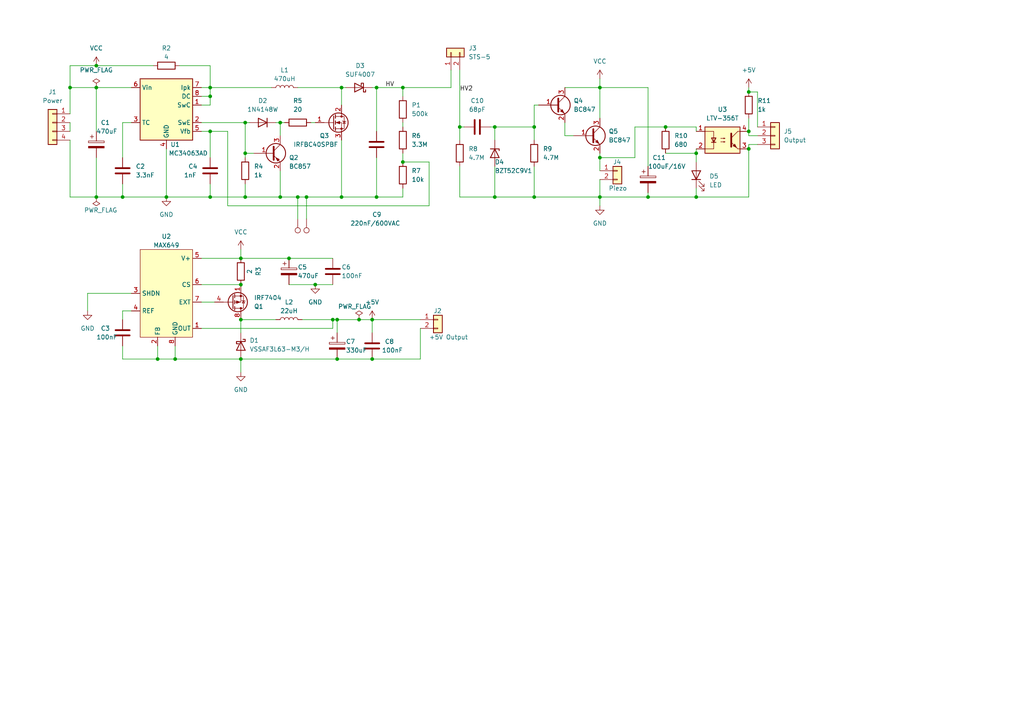
<source format=kicad_sch>
(kicad_sch (version 20230121) (generator eeschema)

  (uuid 3b22128b-b553-4988-96f2-c5a274af9a0d)

  (paper "A4")

  (lib_symbols
    (symbol "Connector:TestPoint" (pin_numbers hide) (pin_names (offset 0.762) hide) (in_bom yes) (on_board yes)
      (property "Reference" "TP" (at 0 6.858 0)
        (effects (font (size 1.27 1.27)))
      )
      (property "Value" "TestPoint" (at 0 5.08 0)
        (effects (font (size 1.27 1.27)))
      )
      (property "Footprint" "" (at 5.08 0 0)
        (effects (font (size 1.27 1.27)) hide)
      )
      (property "Datasheet" "~" (at 5.08 0 0)
        (effects (font (size 1.27 1.27)) hide)
      )
      (property "ki_keywords" "test point tp" (at 0 0 0)
        (effects (font (size 1.27 1.27)) hide)
      )
      (property "ki_description" "test point" (at 0 0 0)
        (effects (font (size 1.27 1.27)) hide)
      )
      (property "ki_fp_filters" "Pin* Test*" (at 0 0 0)
        (effects (font (size 1.27 1.27)) hide)
      )
      (symbol "TestPoint_0_1"
        (circle (center 0 3.302) (radius 0.762)
          (stroke (width 0) (type default))
          (fill (type none))
        )
      )
      (symbol "TestPoint_1_1"
        (pin passive line (at 0 0 90) (length 2.54)
          (name "1" (effects (font (size 1.27 1.27))))
          (number "1" (effects (font (size 1.27 1.27))))
        )
      )
    )
    (symbol "Connector_Generic:Conn_01x02" (pin_names (offset 1.016) hide) (in_bom yes) (on_board yes)
      (property "Reference" "J" (at 0 2.54 0)
        (effects (font (size 1.27 1.27)))
      )
      (property "Value" "Conn_01x02" (at 0 -5.08 0)
        (effects (font (size 1.27 1.27)))
      )
      (property "Footprint" "" (at 0 0 0)
        (effects (font (size 1.27 1.27)) hide)
      )
      (property "Datasheet" "~" (at 0 0 0)
        (effects (font (size 1.27 1.27)) hide)
      )
      (property "ki_keywords" "connector" (at 0 0 0)
        (effects (font (size 1.27 1.27)) hide)
      )
      (property "ki_description" "Generic connector, single row, 01x02, script generated (kicad-library-utils/schlib/autogen/connector/)" (at 0 0 0)
        (effects (font (size 1.27 1.27)) hide)
      )
      (property "ki_fp_filters" "Connector*:*_1x??_*" (at 0 0 0)
        (effects (font (size 1.27 1.27)) hide)
      )
      (symbol "Conn_01x02_1_1"
        (rectangle (start -1.27 -2.413) (end 0 -2.667)
          (stroke (width 0.1524) (type default))
          (fill (type none))
        )
        (rectangle (start -1.27 0.127) (end 0 -0.127)
          (stroke (width 0.1524) (type default))
          (fill (type none))
        )
        (rectangle (start -1.27 1.27) (end 1.27 -3.81)
          (stroke (width 0.254) (type default))
          (fill (type background))
        )
        (pin passive line (at -5.08 0 0) (length 3.81)
          (name "Pin_1" (effects (font (size 1.27 1.27))))
          (number "1" (effects (font (size 1.27 1.27))))
        )
        (pin passive line (at -5.08 -2.54 0) (length 3.81)
          (name "Pin_2" (effects (font (size 1.27 1.27))))
          (number "2" (effects (font (size 1.27 1.27))))
        )
      )
    )
    (symbol "Connector_Generic:Conn_01x03" (pin_names (offset 1.016) hide) (in_bom yes) (on_board yes)
      (property "Reference" "J" (at 0 5.08 0)
        (effects (font (size 1.27 1.27)))
      )
      (property "Value" "Conn_01x03" (at 0 -5.08 0)
        (effects (font (size 1.27 1.27)))
      )
      (property "Footprint" "" (at 0 0 0)
        (effects (font (size 1.27 1.27)) hide)
      )
      (property "Datasheet" "~" (at 0 0 0)
        (effects (font (size 1.27 1.27)) hide)
      )
      (property "ki_keywords" "connector" (at 0 0 0)
        (effects (font (size 1.27 1.27)) hide)
      )
      (property "ki_description" "Generic connector, single row, 01x03, script generated (kicad-library-utils/schlib/autogen/connector/)" (at 0 0 0)
        (effects (font (size 1.27 1.27)) hide)
      )
      (property "ki_fp_filters" "Connector*:*_1x??_*" (at 0 0 0)
        (effects (font (size 1.27 1.27)) hide)
      )
      (symbol "Conn_01x03_1_1"
        (rectangle (start -1.27 -2.413) (end 0 -2.667)
          (stroke (width 0.1524) (type default))
          (fill (type none))
        )
        (rectangle (start -1.27 0.127) (end 0 -0.127)
          (stroke (width 0.1524) (type default))
          (fill (type none))
        )
        (rectangle (start -1.27 2.667) (end 0 2.413)
          (stroke (width 0.1524) (type default))
          (fill (type none))
        )
        (rectangle (start -1.27 3.81) (end 1.27 -3.81)
          (stroke (width 0.254) (type default))
          (fill (type background))
        )
        (pin passive line (at -5.08 2.54 0) (length 3.81)
          (name "Pin_1" (effects (font (size 1.27 1.27))))
          (number "1" (effects (font (size 1.27 1.27))))
        )
        (pin passive line (at -5.08 0 0) (length 3.81)
          (name "Pin_2" (effects (font (size 1.27 1.27))))
          (number "2" (effects (font (size 1.27 1.27))))
        )
        (pin passive line (at -5.08 -2.54 0) (length 3.81)
          (name "Pin_3" (effects (font (size 1.27 1.27))))
          (number "3" (effects (font (size 1.27 1.27))))
        )
      )
    )
    (symbol "Connector_Generic:Conn_01x04" (pin_names (offset 1.016) hide) (in_bom yes) (on_board yes)
      (property "Reference" "J" (at 0 5.08 0)
        (effects (font (size 1.27 1.27)))
      )
      (property "Value" "Conn_01x04" (at 0 -7.62 0)
        (effects (font (size 1.27 1.27)))
      )
      (property "Footprint" "" (at 0 0 0)
        (effects (font (size 1.27 1.27)) hide)
      )
      (property "Datasheet" "~" (at 0 0 0)
        (effects (font (size 1.27 1.27)) hide)
      )
      (property "ki_keywords" "connector" (at 0 0 0)
        (effects (font (size 1.27 1.27)) hide)
      )
      (property "ki_description" "Generic connector, single row, 01x04, script generated (kicad-library-utils/schlib/autogen/connector/)" (at 0 0 0)
        (effects (font (size 1.27 1.27)) hide)
      )
      (property "ki_fp_filters" "Connector*:*_1x??_*" (at 0 0 0)
        (effects (font (size 1.27 1.27)) hide)
      )
      (symbol "Conn_01x04_1_1"
        (rectangle (start -1.27 -4.953) (end 0 -5.207)
          (stroke (width 0.1524) (type default))
          (fill (type none))
        )
        (rectangle (start -1.27 -2.413) (end 0 -2.667)
          (stroke (width 0.1524) (type default))
          (fill (type none))
        )
        (rectangle (start -1.27 0.127) (end 0 -0.127)
          (stroke (width 0.1524) (type default))
          (fill (type none))
        )
        (rectangle (start -1.27 2.667) (end 0 2.413)
          (stroke (width 0.1524) (type default))
          (fill (type none))
        )
        (rectangle (start -1.27 3.81) (end 1.27 -6.35)
          (stroke (width 0.254) (type default))
          (fill (type background))
        )
        (pin passive line (at -5.08 2.54 0) (length 3.81)
          (name "Pin_1" (effects (font (size 1.27 1.27))))
          (number "1" (effects (font (size 1.27 1.27))))
        )
        (pin passive line (at -5.08 0 0) (length 3.81)
          (name "Pin_2" (effects (font (size 1.27 1.27))))
          (number "2" (effects (font (size 1.27 1.27))))
        )
        (pin passive line (at -5.08 -2.54 0) (length 3.81)
          (name "Pin_3" (effects (font (size 1.27 1.27))))
          (number "3" (effects (font (size 1.27 1.27))))
        )
        (pin passive line (at -5.08 -5.08 0) (length 3.81)
          (name "Pin_4" (effects (font (size 1.27 1.27))))
          (number "4" (effects (font (size 1.27 1.27))))
        )
      )
    )
    (symbol "Device:C" (pin_numbers hide) (pin_names (offset 0.254)) (in_bom yes) (on_board yes)
      (property "Reference" "C" (at 0.635 2.54 0)
        (effects (font (size 1.27 1.27)) (justify left))
      )
      (property "Value" "C" (at 0.635 -2.54 0)
        (effects (font (size 1.27 1.27)) (justify left))
      )
      (property "Footprint" "" (at 0.9652 -3.81 0)
        (effects (font (size 1.27 1.27)) hide)
      )
      (property "Datasheet" "~" (at 0 0 0)
        (effects (font (size 1.27 1.27)) hide)
      )
      (property "ki_keywords" "cap capacitor" (at 0 0 0)
        (effects (font (size 1.27 1.27)) hide)
      )
      (property "ki_description" "Unpolarized capacitor" (at 0 0 0)
        (effects (font (size 1.27 1.27)) hide)
      )
      (property "ki_fp_filters" "C_*" (at 0 0 0)
        (effects (font (size 1.27 1.27)) hide)
      )
      (symbol "C_0_1"
        (polyline
          (pts
            (xy -2.032 -0.762)
            (xy 2.032 -0.762)
          )
          (stroke (width 0.508) (type default))
          (fill (type none))
        )
        (polyline
          (pts
            (xy -2.032 0.762)
            (xy 2.032 0.762)
          )
          (stroke (width 0.508) (type default))
          (fill (type none))
        )
      )
      (symbol "C_1_1"
        (pin passive line (at 0 3.81 270) (length 2.794)
          (name "~" (effects (font (size 1.27 1.27))))
          (number "1" (effects (font (size 1.27 1.27))))
        )
        (pin passive line (at 0 -3.81 90) (length 2.794)
          (name "~" (effects (font (size 1.27 1.27))))
          (number "2" (effects (font (size 1.27 1.27))))
        )
      )
    )
    (symbol "Device:C_Polarized" (pin_numbers hide) (pin_names (offset 0.254)) (in_bom yes) (on_board yes)
      (property "Reference" "C" (at 0.635 2.54 0)
        (effects (font (size 1.27 1.27)) (justify left))
      )
      (property "Value" "C_Polarized" (at 0.635 -2.54 0)
        (effects (font (size 1.27 1.27)) (justify left))
      )
      (property "Footprint" "" (at 0.9652 -3.81 0)
        (effects (font (size 1.27 1.27)) hide)
      )
      (property "Datasheet" "~" (at 0 0 0)
        (effects (font (size 1.27 1.27)) hide)
      )
      (property "ki_keywords" "cap capacitor" (at 0 0 0)
        (effects (font (size 1.27 1.27)) hide)
      )
      (property "ki_description" "Polarized capacitor" (at 0 0 0)
        (effects (font (size 1.27 1.27)) hide)
      )
      (property "ki_fp_filters" "CP_*" (at 0 0 0)
        (effects (font (size 1.27 1.27)) hide)
      )
      (symbol "C_Polarized_0_1"
        (rectangle (start -2.286 0.508) (end 2.286 1.016)
          (stroke (width 0) (type default))
          (fill (type none))
        )
        (polyline
          (pts
            (xy -1.778 2.286)
            (xy -0.762 2.286)
          )
          (stroke (width 0) (type default))
          (fill (type none))
        )
        (polyline
          (pts
            (xy -1.27 2.794)
            (xy -1.27 1.778)
          )
          (stroke (width 0) (type default))
          (fill (type none))
        )
        (rectangle (start 2.286 -0.508) (end -2.286 -1.016)
          (stroke (width 0) (type default))
          (fill (type outline))
        )
      )
      (symbol "C_Polarized_1_1"
        (pin passive line (at 0 3.81 270) (length 2.794)
          (name "~" (effects (font (size 1.27 1.27))))
          (number "1" (effects (font (size 1.27 1.27))))
        )
        (pin passive line (at 0 -3.81 90) (length 2.794)
          (name "~" (effects (font (size 1.27 1.27))))
          (number "2" (effects (font (size 1.27 1.27))))
        )
      )
    )
    (symbol "Device:D_Zener" (pin_numbers hide) (pin_names (offset 1.016) hide) (in_bom yes) (on_board yes)
      (property "Reference" "D" (at 0 2.54 0)
        (effects (font (size 1.27 1.27)))
      )
      (property "Value" "D_Zener" (at 0 -2.54 0)
        (effects (font (size 1.27 1.27)))
      )
      (property "Footprint" "" (at 0 0 0)
        (effects (font (size 1.27 1.27)) hide)
      )
      (property "Datasheet" "~" (at 0 0 0)
        (effects (font (size 1.27 1.27)) hide)
      )
      (property "ki_keywords" "diode" (at 0 0 0)
        (effects (font (size 1.27 1.27)) hide)
      )
      (property "ki_description" "Zener diode" (at 0 0 0)
        (effects (font (size 1.27 1.27)) hide)
      )
      (property "ki_fp_filters" "TO-???* *_Diode_* *SingleDiode* D_*" (at 0 0 0)
        (effects (font (size 1.27 1.27)) hide)
      )
      (symbol "D_Zener_0_1"
        (polyline
          (pts
            (xy 1.27 0)
            (xy -1.27 0)
          )
          (stroke (width 0) (type default))
          (fill (type none))
        )
        (polyline
          (pts
            (xy -1.27 -1.27)
            (xy -1.27 1.27)
            (xy -0.762 1.27)
          )
          (stroke (width 0.254) (type default))
          (fill (type none))
        )
        (polyline
          (pts
            (xy 1.27 -1.27)
            (xy 1.27 1.27)
            (xy -1.27 0)
            (xy 1.27 -1.27)
          )
          (stroke (width 0.254) (type default))
          (fill (type none))
        )
      )
      (symbol "D_Zener_1_1"
        (pin passive line (at -3.81 0 0) (length 2.54)
          (name "K" (effects (font (size 1.27 1.27))))
          (number "1" (effects (font (size 1.27 1.27))))
        )
        (pin passive line (at 3.81 0 180) (length 2.54)
          (name "A" (effects (font (size 1.27 1.27))))
          (number "2" (effects (font (size 1.27 1.27))))
        )
      )
    )
    (symbol "Device:L" (pin_numbers hide) (pin_names (offset 1.016) hide) (in_bom yes) (on_board yes)
      (property "Reference" "L" (at -1.27 0 90)
        (effects (font (size 1.27 1.27)))
      )
      (property "Value" "L" (at 1.905 0 90)
        (effects (font (size 1.27 1.27)))
      )
      (property "Footprint" "" (at 0 0 0)
        (effects (font (size 1.27 1.27)) hide)
      )
      (property "Datasheet" "~" (at 0 0 0)
        (effects (font (size 1.27 1.27)) hide)
      )
      (property "ki_keywords" "inductor choke coil reactor magnetic" (at 0 0 0)
        (effects (font (size 1.27 1.27)) hide)
      )
      (property "ki_description" "Inductor" (at 0 0 0)
        (effects (font (size 1.27 1.27)) hide)
      )
      (property "ki_fp_filters" "Choke_* *Coil* Inductor_* L_*" (at 0 0 0)
        (effects (font (size 1.27 1.27)) hide)
      )
      (symbol "L_0_1"
        (arc (start 0 -2.54) (mid 0.6323 -1.905) (end 0 -1.27)
          (stroke (width 0) (type default))
          (fill (type none))
        )
        (arc (start 0 -1.27) (mid 0.6323 -0.635) (end 0 0)
          (stroke (width 0) (type default))
          (fill (type none))
        )
        (arc (start 0 0) (mid 0.6323 0.635) (end 0 1.27)
          (stroke (width 0) (type default))
          (fill (type none))
        )
        (arc (start 0 1.27) (mid 0.6323 1.905) (end 0 2.54)
          (stroke (width 0) (type default))
          (fill (type none))
        )
      )
      (symbol "L_1_1"
        (pin passive line (at 0 3.81 270) (length 1.27)
          (name "1" (effects (font (size 1.27 1.27))))
          (number "1" (effects (font (size 1.27 1.27))))
        )
        (pin passive line (at 0 -3.81 90) (length 1.27)
          (name "2" (effects (font (size 1.27 1.27))))
          (number "2" (effects (font (size 1.27 1.27))))
        )
      )
    )
    (symbol "Device:LED" (pin_numbers hide) (pin_names (offset 1.016) hide) (in_bom yes) (on_board yes)
      (property "Reference" "D" (at 0 2.54 0)
        (effects (font (size 1.27 1.27)))
      )
      (property "Value" "LED" (at 0 -2.54 0)
        (effects (font (size 1.27 1.27)))
      )
      (property "Footprint" "" (at 0 0 0)
        (effects (font (size 1.27 1.27)) hide)
      )
      (property "Datasheet" "~" (at 0 0 0)
        (effects (font (size 1.27 1.27)) hide)
      )
      (property "ki_keywords" "LED diode" (at 0 0 0)
        (effects (font (size 1.27 1.27)) hide)
      )
      (property "ki_description" "Light emitting diode" (at 0 0 0)
        (effects (font (size 1.27 1.27)) hide)
      )
      (property "ki_fp_filters" "LED* LED_SMD:* LED_THT:*" (at 0 0 0)
        (effects (font (size 1.27 1.27)) hide)
      )
      (symbol "LED_0_1"
        (polyline
          (pts
            (xy -1.27 -1.27)
            (xy -1.27 1.27)
          )
          (stroke (width 0.254) (type default))
          (fill (type none))
        )
        (polyline
          (pts
            (xy -1.27 0)
            (xy 1.27 0)
          )
          (stroke (width 0) (type default))
          (fill (type none))
        )
        (polyline
          (pts
            (xy 1.27 -1.27)
            (xy 1.27 1.27)
            (xy -1.27 0)
            (xy 1.27 -1.27)
          )
          (stroke (width 0.254) (type default))
          (fill (type none))
        )
        (polyline
          (pts
            (xy -3.048 -0.762)
            (xy -4.572 -2.286)
            (xy -3.81 -2.286)
            (xy -4.572 -2.286)
            (xy -4.572 -1.524)
          )
          (stroke (width 0) (type default))
          (fill (type none))
        )
        (polyline
          (pts
            (xy -1.778 -0.762)
            (xy -3.302 -2.286)
            (xy -2.54 -2.286)
            (xy -3.302 -2.286)
            (xy -3.302 -1.524)
          )
          (stroke (width 0) (type default))
          (fill (type none))
        )
      )
      (symbol "LED_1_1"
        (pin passive line (at -3.81 0 0) (length 2.54)
          (name "K" (effects (font (size 1.27 1.27))))
          (number "1" (effects (font (size 1.27 1.27))))
        )
        (pin passive line (at 3.81 0 180) (length 2.54)
          (name "A" (effects (font (size 1.27 1.27))))
          (number "2" (effects (font (size 1.27 1.27))))
        )
      )
    )
    (symbol "Device:R" (pin_numbers hide) (pin_names (offset 0)) (in_bom yes) (on_board yes)
      (property "Reference" "R" (at 2.032 0 90)
        (effects (font (size 1.27 1.27)))
      )
      (property "Value" "R" (at 0 0 90)
        (effects (font (size 1.27 1.27)))
      )
      (property "Footprint" "" (at -1.778 0 90)
        (effects (font (size 1.27 1.27)) hide)
      )
      (property "Datasheet" "~" (at 0 0 0)
        (effects (font (size 1.27 1.27)) hide)
      )
      (property "ki_keywords" "R res resistor" (at 0 0 0)
        (effects (font (size 1.27 1.27)) hide)
      )
      (property "ki_description" "Resistor" (at 0 0 0)
        (effects (font (size 1.27 1.27)) hide)
      )
      (property "ki_fp_filters" "R_*" (at 0 0 0)
        (effects (font (size 1.27 1.27)) hide)
      )
      (symbol "R_0_1"
        (rectangle (start -1.016 -2.54) (end 1.016 2.54)
          (stroke (width 0.254) (type default))
          (fill (type none))
        )
      )
      (symbol "R_1_1"
        (pin passive line (at 0 3.81 270) (length 1.27)
          (name "~" (effects (font (size 1.27 1.27))))
          (number "1" (effects (font (size 1.27 1.27))))
        )
        (pin passive line (at 0 -3.81 90) (length 1.27)
          (name "~" (effects (font (size 1.27 1.27))))
          (number "2" (effects (font (size 1.27 1.27))))
        )
      )
    )
    (symbol "Diode:1N4148W" (pin_numbers hide) (pin_names hide) (in_bom yes) (on_board yes)
      (property "Reference" "D" (at 0 2.54 0)
        (effects (font (size 1.27 1.27)))
      )
      (property "Value" "1N4148W" (at 0 -2.54 0)
        (effects (font (size 1.27 1.27)))
      )
      (property "Footprint" "Diode_SMD:D_SOD-123" (at 0 -4.445 0)
        (effects (font (size 1.27 1.27)) hide)
      )
      (property "Datasheet" "https://www.vishay.com/docs/85748/1n4148w.pdf" (at 0 0 0)
        (effects (font (size 1.27 1.27)) hide)
      )
      (property "Sim.Device" "D" (at 0 0 0)
        (effects (font (size 1.27 1.27)) hide)
      )
      (property "Sim.Pins" "1=K 2=A" (at 0 0 0)
        (effects (font (size 1.27 1.27)) hide)
      )
      (property "ki_keywords" "diode" (at 0 0 0)
        (effects (font (size 1.27 1.27)) hide)
      )
      (property "ki_description" "75V 0.15A Fast Switching Diode, SOD-123" (at 0 0 0)
        (effects (font (size 1.27 1.27)) hide)
      )
      (property "ki_fp_filters" "D*SOD?123*" (at 0 0 0)
        (effects (font (size 1.27 1.27)) hide)
      )
      (symbol "1N4148W_0_1"
        (polyline
          (pts
            (xy -1.27 1.27)
            (xy -1.27 -1.27)
          )
          (stroke (width 0.254) (type default))
          (fill (type none))
        )
        (polyline
          (pts
            (xy 1.27 0)
            (xy -1.27 0)
          )
          (stroke (width 0) (type default))
          (fill (type none))
        )
        (polyline
          (pts
            (xy 1.27 1.27)
            (xy 1.27 -1.27)
            (xy -1.27 0)
            (xy 1.27 1.27)
          )
          (stroke (width 0.254) (type default))
          (fill (type none))
        )
      )
      (symbol "1N4148W_1_1"
        (pin passive line (at -3.81 0 0) (length 2.54)
          (name "K" (effects (font (size 1.27 1.27))))
          (number "1" (effects (font (size 1.27 1.27))))
        )
        (pin passive line (at 3.81 0 180) (length 2.54)
          (name "A" (effects (font (size 1.27 1.27))))
          (number "2" (effects (font (size 1.27 1.27))))
        )
      )
    )
    (symbol "Diode:1N5711UR" (pin_numbers hide) (pin_names (offset 1.016) hide) (in_bom yes) (on_board yes)
      (property "Reference" "D" (at 0 2.54 0)
        (effects (font (size 1.27 1.27)))
      )
      (property "Value" "1N5711UR" (at 0 -2.54 0)
        (effects (font (size 1.27 1.27)))
      )
      (property "Footprint" "Diode_SMD:D_MELF" (at 0 -4.445 0)
        (effects (font (size 1.27 1.27)) hide)
      )
      (property "Datasheet" "https://www.microsemi.com/document-portal/doc_download/131890-lds-0040-1-datasheet" (at 0 0 0)
        (effects (font (size 1.27 1.27)) hide)
      )
      (property "ki_keywords" "diode Schottky" (at 0 0 0)
        (effects (font (size 1.27 1.27)) hide)
      )
      (property "ki_description" "70V 33mA Schottky diode, MELF(DO-213AA)" (at 0 0 0)
        (effects (font (size 1.27 1.27)) hide)
      )
      (property "ki_fp_filters" "D?MELF*" (at 0 0 0)
        (effects (font (size 1.27 1.27)) hide)
      )
      (symbol "1N5711UR_0_1"
        (polyline
          (pts
            (xy 1.27 0)
            (xy -1.27 0)
          )
          (stroke (width 0) (type default))
          (fill (type none))
        )
        (polyline
          (pts
            (xy 1.27 1.27)
            (xy 1.27 -1.27)
            (xy -1.27 0)
            (xy 1.27 1.27)
          )
          (stroke (width 0.254) (type default))
          (fill (type none))
        )
        (polyline
          (pts
            (xy -1.905 0.635)
            (xy -1.905 1.27)
            (xy -1.27 1.27)
            (xy -1.27 -1.27)
            (xy -0.635 -1.27)
            (xy -0.635 -0.635)
          )
          (stroke (width 0.254) (type default))
          (fill (type none))
        )
      )
      (symbol "1N5711UR_1_1"
        (pin passive line (at -3.81 0 0) (length 2.54)
          (name "K" (effects (font (size 1.27 1.27))))
          (number "1" (effects (font (size 1.27 1.27))))
        )
        (pin passive line (at 3.81 0 180) (length 2.54)
          (name "A" (effects (font (size 1.27 1.27))))
          (number "2" (effects (font (size 1.27 1.27))))
        )
      )
    )
    (symbol "Isolator:LTV-356T" (pin_names (offset 1.016)) (in_bom yes) (on_board yes)
      (property "Reference" "U" (at -5.334 4.826 0)
        (effects (font (size 1.27 1.27)) (justify left))
      )
      (property "Value" "LTV-356T" (at 0 5.08 0)
        (effects (font (size 1.27 1.27)) (justify left))
      )
      (property "Footprint" "Package_SO:SO-4_4.4x3.6mm_P2.54mm" (at -5.08 -5.08 0)
        (effects (font (size 1.27 1.27) italic) (justify left) hide)
      )
      (property "Datasheet" "http://optoelectronics.liteon.com/upload/download/DS70-2001-010/S_110_LTV-356T%2020140520.pdf" (at 0 0 0)
        (effects (font (size 1.27 1.27)) (justify left) hide)
      )
      (property "ki_keywords" "NPN DC Optocoupler" (at 0 0 0)
        (effects (font (size 1.27 1.27)) hide)
      )
      (property "ki_description" "DC Optocoupler, Vce 80V, CTR 50%, SO-4" (at 0 0 0)
        (effects (font (size 1.27 1.27)) hide)
      )
      (property "ki_fp_filters" "SO*4.4x3.6mm*P2.54mm*" (at 0 0 0)
        (effects (font (size 1.27 1.27)) hide)
      )
      (symbol "LTV-356T_0_1"
        (rectangle (start -5.08 3.81) (end 5.08 -3.81)
          (stroke (width 0.254) (type default))
          (fill (type background))
        )
        (polyline
          (pts
            (xy -3.175 -0.635)
            (xy -1.905 -0.635)
          )
          (stroke (width 0.254) (type default))
          (fill (type none))
        )
        (polyline
          (pts
            (xy 2.54 0.635)
            (xy 4.445 2.54)
          )
          (stroke (width 0) (type default))
          (fill (type none))
        )
        (polyline
          (pts
            (xy 4.445 -2.54)
            (xy 2.54 -0.635)
          )
          (stroke (width 0) (type default))
          (fill (type outline))
        )
        (polyline
          (pts
            (xy 4.445 -2.54)
            (xy 5.08 -2.54)
          )
          (stroke (width 0) (type default))
          (fill (type none))
        )
        (polyline
          (pts
            (xy 4.445 2.54)
            (xy 5.08 2.54)
          )
          (stroke (width 0) (type default))
          (fill (type none))
        )
        (polyline
          (pts
            (xy -5.08 2.54)
            (xy -2.54 2.54)
            (xy -2.54 -0.762)
          )
          (stroke (width 0) (type default))
          (fill (type none))
        )
        (polyline
          (pts
            (xy -2.54 -0.635)
            (xy -2.54 -2.54)
            (xy -5.08 -2.54)
          )
          (stroke (width 0) (type default))
          (fill (type none))
        )
        (polyline
          (pts
            (xy 2.54 1.905)
            (xy 2.54 -1.905)
            (xy 2.54 -1.905)
          )
          (stroke (width 0.508) (type default))
          (fill (type none))
        )
        (polyline
          (pts
            (xy -2.54 -0.635)
            (xy -3.175 0.635)
            (xy -1.905 0.635)
            (xy -2.54 -0.635)
          )
          (stroke (width 0.254) (type default))
          (fill (type none))
        )
        (polyline
          (pts
            (xy -0.508 -0.508)
            (xy 0.762 -0.508)
            (xy 0.381 -0.635)
            (xy 0.381 -0.381)
            (xy 0.762 -0.508)
          )
          (stroke (width 0) (type default))
          (fill (type none))
        )
        (polyline
          (pts
            (xy -0.508 0.508)
            (xy 0.762 0.508)
            (xy 0.381 0.381)
            (xy 0.381 0.635)
            (xy 0.762 0.508)
          )
          (stroke (width 0) (type default))
          (fill (type none))
        )
        (polyline
          (pts
            (xy 3.048 -1.651)
            (xy 3.556 -1.143)
            (xy 4.064 -2.159)
            (xy 3.048 -1.651)
            (xy 3.048 -1.651)
          )
          (stroke (width 0) (type default))
          (fill (type outline))
        )
      )
      (symbol "LTV-356T_1_1"
        (pin passive line (at -7.62 2.54 0) (length 2.54)
          (name "~" (effects (font (size 1.27 1.27))))
          (number "1" (effects (font (size 1.27 1.27))))
        )
        (pin passive line (at -7.62 -2.54 0) (length 2.54)
          (name "~" (effects (font (size 1.27 1.27))))
          (number "2" (effects (font (size 1.27 1.27))))
        )
        (pin passive line (at 7.62 -2.54 180) (length 2.54)
          (name "~" (effects (font (size 1.27 1.27))))
          (number "3" (effects (font (size 1.27 1.27))))
        )
        (pin passive line (at 7.62 2.54 180) (length 2.54)
          (name "~" (effects (font (size 1.27 1.27))))
          (number "4" (effects (font (size 1.27 1.27))))
        )
      )
    )
    (symbol "Regulator_Switching:MC34063AD" (in_bom yes) (on_board yes)
      (property "Reference" "U" (at -7.62 8.89 0)
        (effects (font (size 1.27 1.27)) (justify left))
      )
      (property "Value" "MC34063AD" (at 0 8.89 0)
        (effects (font (size 1.27 1.27)) (justify left))
      )
      (property "Footprint" "Package_SO:SOIC-8_3.9x4.9mm_P1.27mm" (at 1.27 -11.43 0)
        (effects (font (size 1.27 1.27)) (justify left) hide)
      )
      (property "Datasheet" "http://www.onsemi.com/pub_link/Collateral/MC34063A-D.PDF" (at 12.7 -2.54 0)
        (effects (font (size 1.27 1.27)) hide)
      )
      (property "ki_keywords" "smps buck boost inverting" (at 0 0 0)
        (effects (font (size 1.27 1.27)) hide)
      )
      (property "ki_description" "1.5A, step-up/down/inverting switching regulator, 3-40V Vin, 100kHz, SO-8" (at 0 0 0)
        (effects (font (size 1.27 1.27)) hide)
      )
      (property "ki_fp_filters" "SOIC*3.9x4.9mm*P1.27mm*" (at 0 0 0)
        (effects (font (size 1.27 1.27)) hide)
      )
      (symbol "MC34063AD_0_1"
        (rectangle (start -7.62 7.62) (end 7.62 -10.16)
          (stroke (width 0.254) (type default))
          (fill (type background))
        )
      )
      (symbol "MC34063AD_1_1"
        (pin open_collector line (at 10.16 0 180) (length 2.54)
          (name "SwC" (effects (font (size 1.27 1.27))))
          (number "1" (effects (font (size 1.27 1.27))))
        )
        (pin open_emitter line (at 10.16 -5.08 180) (length 2.54)
          (name "SwE" (effects (font (size 1.27 1.27))))
          (number "2" (effects (font (size 1.27 1.27))))
        )
        (pin passive line (at -10.16 -5.08 0) (length 2.54)
          (name "TC" (effects (font (size 1.27 1.27))))
          (number "3" (effects (font (size 1.27 1.27))))
        )
        (pin power_in line (at 0 -12.7 90) (length 2.54)
          (name "GND" (effects (font (size 1.27 1.27))))
          (number "4" (effects (font (size 1.27 1.27))))
        )
        (pin input line (at 10.16 -7.62 180) (length 2.54)
          (name "Vfb" (effects (font (size 1.27 1.27))))
          (number "5" (effects (font (size 1.27 1.27))))
        )
        (pin power_in line (at -10.16 5.08 0) (length 2.54)
          (name "Vin" (effects (font (size 1.27 1.27))))
          (number "6" (effects (font (size 1.27 1.27))))
        )
        (pin input line (at 10.16 5.08 180) (length 2.54)
          (name "Ipk" (effects (font (size 1.27 1.27))))
          (number "7" (effects (font (size 1.27 1.27))))
        )
        (pin open_collector line (at 10.16 2.54 180) (length 2.54)
          (name "DC" (effects (font (size 1.27 1.27))))
          (number "8" (effects (font (size 1.27 1.27))))
        )
      )
    )
    (symbol "Sidolux:MAX649" (in_bom yes) (on_board yes)
      (property "Reference" "U" (at -6.35 13.97 0)
        (effects (font (size 1.27 1.27)))
      )
      (property "Value" "MAX649" (at -2.54 6.35 0)
        (effects (font (size 1.27 1.27)))
      )
      (property "Footprint" "" (at -2.54 11.43 0)
        (effects (font (size 1.27 1.27)) hide)
      )
      (property "Datasheet" "https://www.analog.com/media/en/technical-documentation/data-sheets/MAX649-MAX652.pdf" (at -2.54 6.35 0)
        (effects (font (size 1.27 1.27)) hide)
      )
      (property "ki_description" "5V or Adjustable, High-Efficiency Step-down DC-DC Converter" (at 0 0 0)
        (effects (font (size 1.27 1.27)) hide)
      )
      (property "ki_fp_filters" "SO-8*3.9*4.9mm*P1.27mm* DIP-8?W7.62mm*" (at 0 0 0)
        (effects (font (size 1.27 1.27)) hide)
      )
      (symbol "MAX649_1_1"
        (rectangle (start -7.62 11.43) (end 7.62 -13.97)
          (stroke (width 0) (type default))
          (fill (type background))
        )
        (pin input line (at 10.16 -11.43 180) (length 2.54)
          (name "OUT" (effects (font (size 1.27 1.27))))
          (number "1" (effects (font (size 1.27 1.27))))
        )
        (pin input line (at -2.54 -16.51 90) (length 2.54)
          (name "FB" (effects (font (size 1.27 1.27))))
          (number "2" (effects (font (size 1.27 1.27))))
        )
        (pin input line (at -10.16 -1.27 0) (length 2.54)
          (name "SHDN" (effects (font (size 1.27 1.27))))
          (number "3" (effects (font (size 1.27 1.27))))
        )
        (pin input line (at -10.16 -6.35 0) (length 2.54)
          (name "REF" (effects (font (size 1.27 1.27))))
          (number "4" (effects (font (size 1.27 1.27))))
        )
        (pin power_in line (at 10.16 8.89 180) (length 2.54)
          (name "V+" (effects (font (size 1.27 1.27))))
          (number "5" (effects (font (size 1.27 1.27))))
        )
        (pin input line (at 10.16 1.27 180) (length 2.54)
          (name "CS" (effects (font (size 1.27 1.27))))
          (number "6" (effects (font (size 1.27 1.27))))
        )
        (pin output line (at 10.16 -3.81 180) (length 2.54)
          (name "EXT" (effects (font (size 1.27 1.27))))
          (number "7" (effects (font (size 1.27 1.27))))
        )
        (pin power_in line (at 2.54 -16.51 90) (length 2.54)
          (name "GND" (effects (font (size 1.27 1.27))))
          (number "8" (effects (font (size 1.27 1.27))))
        )
      )
    )
    (symbol "Transistor_BJT:BC847" (pin_names (offset 0) hide) (in_bom yes) (on_board yes)
      (property "Reference" "Q" (at 5.08 1.905 0)
        (effects (font (size 1.27 1.27)) (justify left))
      )
      (property "Value" "BC847" (at 5.08 0 0)
        (effects (font (size 1.27 1.27)) (justify left))
      )
      (property "Footprint" "Package_TO_SOT_SMD:SOT-23" (at 5.08 -1.905 0)
        (effects (font (size 1.27 1.27) italic) (justify left) hide)
      )
      (property "Datasheet" "http://www.infineon.com/dgdl/Infineon-BC847SERIES_BC848SERIES_BC849SERIES_BC850SERIES-DS-v01_01-en.pdf?fileId=db3a304314dca389011541d4630a1657" (at 0 0 0)
        (effects (font (size 1.27 1.27)) (justify left) hide)
      )
      (property "ki_keywords" "NPN Small Signal Transistor" (at 0 0 0)
        (effects (font (size 1.27 1.27)) hide)
      )
      (property "ki_description" "0.1A Ic, 45V Vce, NPN Transistor, SOT-23" (at 0 0 0)
        (effects (font (size 1.27 1.27)) hide)
      )
      (property "ki_fp_filters" "SOT?23*" (at 0 0 0)
        (effects (font (size 1.27 1.27)) hide)
      )
      (symbol "BC847_0_1"
        (polyline
          (pts
            (xy 0.635 0.635)
            (xy 2.54 2.54)
          )
          (stroke (width 0) (type default))
          (fill (type none))
        )
        (polyline
          (pts
            (xy 0.635 -0.635)
            (xy 2.54 -2.54)
            (xy 2.54 -2.54)
          )
          (stroke (width 0) (type default))
          (fill (type none))
        )
        (polyline
          (pts
            (xy 0.635 1.905)
            (xy 0.635 -1.905)
            (xy 0.635 -1.905)
          )
          (stroke (width 0.508) (type default))
          (fill (type none))
        )
        (polyline
          (pts
            (xy 1.27 -1.778)
            (xy 1.778 -1.27)
            (xy 2.286 -2.286)
            (xy 1.27 -1.778)
            (xy 1.27 -1.778)
          )
          (stroke (width 0) (type default))
          (fill (type outline))
        )
        (circle (center 1.27 0) (radius 2.8194)
          (stroke (width 0.254) (type default))
          (fill (type none))
        )
      )
      (symbol "BC847_1_1"
        (pin input line (at -5.08 0 0) (length 5.715)
          (name "B" (effects (font (size 1.27 1.27))))
          (number "1" (effects (font (size 1.27 1.27))))
        )
        (pin passive line (at 2.54 -5.08 90) (length 2.54)
          (name "E" (effects (font (size 1.27 1.27))))
          (number "2" (effects (font (size 1.27 1.27))))
        )
        (pin passive line (at 2.54 5.08 270) (length 2.54)
          (name "C" (effects (font (size 1.27 1.27))))
          (number "3" (effects (font (size 1.27 1.27))))
        )
      )
    )
    (symbol "Transistor_BJT:BC857" (pin_names (offset 0) hide) (in_bom yes) (on_board yes)
      (property "Reference" "Q" (at 5.08 1.905 0)
        (effects (font (size 1.27 1.27)) (justify left))
      )
      (property "Value" "BC857" (at 5.08 0 0)
        (effects (font (size 1.27 1.27)) (justify left))
      )
      (property "Footprint" "Package_TO_SOT_SMD:SOT-23" (at 5.08 -1.905 0)
        (effects (font (size 1.27 1.27) italic) (justify left) hide)
      )
      (property "Datasheet" "https://www.onsemi.com/pub/Collateral/BC860-D.pdf" (at 0 0 0)
        (effects (font (size 1.27 1.27)) (justify left) hide)
      )
      (property "ki_keywords" "PNP transistor" (at 0 0 0)
        (effects (font (size 1.27 1.27)) hide)
      )
      (property "ki_description" "0.1A Ic, 45V Vce, PNP Transistor, SOT-23" (at 0 0 0)
        (effects (font (size 1.27 1.27)) hide)
      )
      (property "ki_fp_filters" "SOT?23*" (at 0 0 0)
        (effects (font (size 1.27 1.27)) hide)
      )
      (symbol "BC857_0_1"
        (polyline
          (pts
            (xy 0.635 0.635)
            (xy 2.54 2.54)
          )
          (stroke (width 0) (type default))
          (fill (type none))
        )
        (polyline
          (pts
            (xy 0.635 -0.635)
            (xy 2.54 -2.54)
            (xy 2.54 -2.54)
          )
          (stroke (width 0) (type default))
          (fill (type none))
        )
        (polyline
          (pts
            (xy 0.635 1.905)
            (xy 0.635 -1.905)
            (xy 0.635 -1.905)
          )
          (stroke (width 0.508) (type default))
          (fill (type none))
        )
        (polyline
          (pts
            (xy 2.286 -1.778)
            (xy 1.778 -2.286)
            (xy 1.27 -1.27)
            (xy 2.286 -1.778)
            (xy 2.286 -1.778)
          )
          (stroke (width 0) (type default))
          (fill (type outline))
        )
        (circle (center 1.27 0) (radius 2.8194)
          (stroke (width 0.254) (type default))
          (fill (type none))
        )
      )
      (symbol "BC857_1_1"
        (pin input line (at -5.08 0 0) (length 5.715)
          (name "B" (effects (font (size 1.27 1.27))))
          (number "1" (effects (font (size 1.27 1.27))))
        )
        (pin passive line (at 2.54 -5.08 90) (length 2.54)
          (name "E" (effects (font (size 1.27 1.27))))
          (number "2" (effects (font (size 1.27 1.27))))
        )
        (pin passive line (at 2.54 5.08 270) (length 2.54)
          (name "C" (effects (font (size 1.27 1.27))))
          (number "3" (effects (font (size 1.27 1.27))))
        )
      )
    )
    (symbol "Transistor_FET:IRF7404" (pin_names hide) (in_bom yes) (on_board yes)
      (property "Reference" "Q" (at 5.08 1.905 0)
        (effects (font (size 1.27 1.27)) (justify left))
      )
      (property "Value" "IRF7404" (at 5.08 0 0)
        (effects (font (size 1.27 1.27)) (justify left))
      )
      (property "Footprint" "Package_SO:SOIC-8_3.9x4.9mm_P1.27mm" (at 5.08 -1.905 0)
        (effects (font (size 1.27 1.27) italic) (justify left) hide)
      )
      (property "Datasheet" "http://www.infineon.com/dgdl/irf7404.pdf?fileId=5546d462533600a4015355fa2b5b1b9e" (at 0 0 90)
        (effects (font (size 1.27 1.27)) (justify left) hide)
      )
      (property "ki_keywords" "P-Channel MOSFET" (at 0 0 0)
        (effects (font (size 1.27 1.27)) hide)
      )
      (property "ki_description" "-6.7A Id, -20V Vds, P-Channel HEXFET Power MOSFET, SO-8" (at 0 0 0)
        (effects (font (size 1.27 1.27)) hide)
      )
      (property "ki_fp_filters" "SOIC*3.9x4.9mm*P1.27mm*" (at 0 0 0)
        (effects (font (size 1.27 1.27)) hide)
      )
      (symbol "IRF7404_0_1"
        (polyline
          (pts
            (xy 0.254 0)
            (xy -2.54 0)
          )
          (stroke (width 0) (type default))
          (fill (type none))
        )
        (polyline
          (pts
            (xy 0.254 1.905)
            (xy 0.254 -1.905)
          )
          (stroke (width 0.254) (type default))
          (fill (type none))
        )
        (polyline
          (pts
            (xy 0.762 -1.27)
            (xy 0.762 -2.286)
          )
          (stroke (width 0.254) (type default))
          (fill (type none))
        )
        (polyline
          (pts
            (xy 0.762 0.508)
            (xy 0.762 -0.508)
          )
          (stroke (width 0.254) (type default))
          (fill (type none))
        )
        (polyline
          (pts
            (xy 0.762 2.286)
            (xy 0.762 1.27)
          )
          (stroke (width 0.254) (type default))
          (fill (type none))
        )
        (polyline
          (pts
            (xy 2.54 2.54)
            (xy 2.54 1.778)
          )
          (stroke (width 0) (type default))
          (fill (type none))
        )
        (polyline
          (pts
            (xy 2.54 -2.54)
            (xy 2.54 0)
            (xy 0.762 0)
          )
          (stroke (width 0) (type default))
          (fill (type none))
        )
        (polyline
          (pts
            (xy 0.762 1.778)
            (xy 3.302 1.778)
            (xy 3.302 -1.778)
            (xy 0.762 -1.778)
          )
          (stroke (width 0) (type default))
          (fill (type none))
        )
        (polyline
          (pts
            (xy 2.286 0)
            (xy 1.27 0.381)
            (xy 1.27 -0.381)
            (xy 2.286 0)
          )
          (stroke (width 0) (type default))
          (fill (type outline))
        )
        (polyline
          (pts
            (xy 2.794 -0.508)
            (xy 2.921 -0.381)
            (xy 3.683 -0.381)
            (xy 3.81 -0.254)
          )
          (stroke (width 0) (type default))
          (fill (type none))
        )
        (polyline
          (pts
            (xy 3.302 -0.381)
            (xy 2.921 0.254)
            (xy 3.683 0.254)
            (xy 3.302 -0.381)
          )
          (stroke (width 0) (type default))
          (fill (type none))
        )
        (circle (center 1.651 0) (radius 2.794)
          (stroke (width 0.254) (type default))
          (fill (type none))
        )
        (circle (center 2.54 -1.778) (radius 0.254)
          (stroke (width 0) (type default))
          (fill (type outline))
        )
        (circle (center 2.54 1.778) (radius 0.254)
          (stroke (width 0) (type default))
          (fill (type outline))
        )
      )
      (symbol "IRF7404_1_1"
        (pin passive line (at 2.54 -5.08 90) (length 2.54)
          (name "S" (effects (font (size 1.27 1.27))))
          (number "1" (effects (font (size 1.27 1.27))))
        )
        (pin passive line (at 2.54 -5.08 90) (length 2.54) hide
          (name "S" (effects (font (size 1.27 1.27))))
          (number "2" (effects (font (size 1.27 1.27))))
        )
        (pin passive line (at 2.54 -5.08 90) (length 2.54) hide
          (name "S" (effects (font (size 1.27 1.27))))
          (number "3" (effects (font (size 1.27 1.27))))
        )
        (pin passive line (at -5.08 0 0) (length 2.54)
          (name "G" (effects (font (size 1.27 1.27))))
          (number "4" (effects (font (size 1.27 1.27))))
        )
        (pin passive line (at 2.54 5.08 270) (length 2.54) hide
          (name "D" (effects (font (size 1.27 1.27))))
          (number "5" (effects (font (size 1.27 1.27))))
        )
        (pin passive line (at 2.54 5.08 270) (length 2.54) hide
          (name "D" (effects (font (size 1.27 1.27))))
          (number "6" (effects (font (size 1.27 1.27))))
        )
        (pin passive line (at 2.54 5.08 270) (length 2.54) hide
          (name "D" (effects (font (size 1.27 1.27))))
          (number "7" (effects (font (size 1.27 1.27))))
        )
        (pin passive line (at 2.54 5.08 270) (length 2.54)
          (name "D" (effects (font (size 1.27 1.27))))
          (number "8" (effects (font (size 1.27 1.27))))
        )
      )
    )
    (symbol "Transistor_FET:STB40N60M2" (pin_names hide) (in_bom yes) (on_board yes)
      (property "Reference" "Q" (at 5.08 1.905 0)
        (effects (font (size 1.27 1.27)) (justify left))
      )
      (property "Value" "STB40N60M2" (at 5.08 0 0)
        (effects (font (size 1.27 1.27)) (justify left))
      )
      (property "Footprint" "Package_TO_SOT_SMD:TO-263-2" (at 5.08 -1.905 0)
        (effects (font (size 1.27 1.27) italic) (justify left) hide)
      )
      (property "Datasheet" "https://www.st.com/resource/en/datasheet/stp40n60m2.pdf" (at 0 0 0)
        (effects (font (size 1.27 1.27)) (justify left) hide)
      )
      (property "ki_keywords" "N-Channel MOSFET" (at 0 0 0)
        (effects (font (size 1.27 1.27)) hide)
      )
      (property "ki_description" "34A Id, 600V Vds, N-Channel MDmesh M2 MOSFET, 78mOhm Ron, D2PAK" (at 0 0 0)
        (effects (font (size 1.27 1.27)) hide)
      )
      (property "ki_fp_filters" "TO?263*" (at 0 0 0)
        (effects (font (size 1.27 1.27)) hide)
      )
      (symbol "STB40N60M2_0_1"
        (polyline
          (pts
            (xy 0.254 0)
            (xy -2.54 0)
          )
          (stroke (width 0) (type default))
          (fill (type none))
        )
        (polyline
          (pts
            (xy 0.254 1.905)
            (xy 0.254 -1.905)
          )
          (stroke (width 0.254) (type default))
          (fill (type none))
        )
        (polyline
          (pts
            (xy 0.762 -1.27)
            (xy 0.762 -2.286)
          )
          (stroke (width 0.254) (type default))
          (fill (type none))
        )
        (polyline
          (pts
            (xy 0.762 0.508)
            (xy 0.762 -0.508)
          )
          (stroke (width 0.254) (type default))
          (fill (type none))
        )
        (polyline
          (pts
            (xy 0.762 2.286)
            (xy 0.762 1.27)
          )
          (stroke (width 0.254) (type default))
          (fill (type none))
        )
        (polyline
          (pts
            (xy 2.54 2.54)
            (xy 2.54 1.778)
          )
          (stroke (width 0) (type default))
          (fill (type none))
        )
        (polyline
          (pts
            (xy 2.54 -2.54)
            (xy 2.54 0)
            (xy 0.762 0)
          )
          (stroke (width 0) (type default))
          (fill (type none))
        )
        (polyline
          (pts
            (xy 0.762 -1.778)
            (xy 3.302 -1.778)
            (xy 3.302 1.778)
            (xy 0.762 1.778)
          )
          (stroke (width 0) (type default))
          (fill (type none))
        )
        (polyline
          (pts
            (xy 1.016 0)
            (xy 2.032 0.381)
            (xy 2.032 -0.381)
            (xy 1.016 0)
          )
          (stroke (width 0) (type default))
          (fill (type outline))
        )
        (polyline
          (pts
            (xy 2.794 0.508)
            (xy 2.921 0.381)
            (xy 3.683 0.381)
            (xy 3.81 0.254)
          )
          (stroke (width 0) (type default))
          (fill (type none))
        )
        (polyline
          (pts
            (xy 3.302 0.381)
            (xy 2.921 -0.254)
            (xy 3.683 -0.254)
            (xy 3.302 0.381)
          )
          (stroke (width 0) (type default))
          (fill (type none))
        )
        (circle (center 1.651 0) (radius 2.794)
          (stroke (width 0.254) (type default))
          (fill (type none))
        )
        (circle (center 2.54 -1.778) (radius 0.254)
          (stroke (width 0) (type default))
          (fill (type outline))
        )
        (circle (center 2.54 1.778) (radius 0.254)
          (stroke (width 0) (type default))
          (fill (type outline))
        )
      )
      (symbol "STB40N60M2_1_1"
        (pin passive line (at -5.08 0 0) (length 2.54)
          (name "G" (effects (font (size 1.27 1.27))))
          (number "1" (effects (font (size 1.27 1.27))))
        )
        (pin passive line (at 2.54 5.08 270) (length 2.54)
          (name "D" (effects (font (size 1.27 1.27))))
          (number "2" (effects (font (size 1.27 1.27))))
        )
        (pin passive line (at 2.54 -5.08 90) (length 2.54)
          (name "S" (effects (font (size 1.27 1.27))))
          (number "3" (effects (font (size 1.27 1.27))))
        )
      )
    )
    (symbol "power:+5V" (power) (pin_names (offset 0)) (in_bom yes) (on_board yes)
      (property "Reference" "#PWR" (at 0 -3.81 0)
        (effects (font (size 1.27 1.27)) hide)
      )
      (property "Value" "+5V" (at 0 3.556 0)
        (effects (font (size 1.27 1.27)))
      )
      (property "Footprint" "" (at 0 0 0)
        (effects (font (size 1.27 1.27)) hide)
      )
      (property "Datasheet" "" (at 0 0 0)
        (effects (font (size 1.27 1.27)) hide)
      )
      (property "ki_keywords" "global power" (at 0 0 0)
        (effects (font (size 1.27 1.27)) hide)
      )
      (property "ki_description" "Power symbol creates a global label with name \"+5V\"" (at 0 0 0)
        (effects (font (size 1.27 1.27)) hide)
      )
      (symbol "+5V_0_1"
        (polyline
          (pts
            (xy -0.762 1.27)
            (xy 0 2.54)
          )
          (stroke (width 0) (type default))
          (fill (type none))
        )
        (polyline
          (pts
            (xy 0 0)
            (xy 0 2.54)
          )
          (stroke (width 0) (type default))
          (fill (type none))
        )
        (polyline
          (pts
            (xy 0 2.54)
            (xy 0.762 1.27)
          )
          (stroke (width 0) (type default))
          (fill (type none))
        )
      )
      (symbol "+5V_1_1"
        (pin power_in line (at 0 0 90) (length 0) hide
          (name "+5V" (effects (font (size 1.27 1.27))))
          (number "1" (effects (font (size 1.27 1.27))))
        )
      )
    )
    (symbol "power:GND" (power) (pin_names (offset 0)) (in_bom yes) (on_board yes)
      (property "Reference" "#PWR" (at 0 -6.35 0)
        (effects (font (size 1.27 1.27)) hide)
      )
      (property "Value" "GND" (at 0 -3.81 0)
        (effects (font (size 1.27 1.27)))
      )
      (property "Footprint" "" (at 0 0 0)
        (effects (font (size 1.27 1.27)) hide)
      )
      (property "Datasheet" "" (at 0 0 0)
        (effects (font (size 1.27 1.27)) hide)
      )
      (property "ki_keywords" "global power" (at 0 0 0)
        (effects (font (size 1.27 1.27)) hide)
      )
      (property "ki_description" "Power symbol creates a global label with name \"GND\" , ground" (at 0 0 0)
        (effects (font (size 1.27 1.27)) hide)
      )
      (symbol "GND_0_1"
        (polyline
          (pts
            (xy 0 0)
            (xy 0 -1.27)
            (xy 1.27 -1.27)
            (xy 0 -2.54)
            (xy -1.27 -1.27)
            (xy 0 -1.27)
          )
          (stroke (width 0) (type default))
          (fill (type none))
        )
      )
      (symbol "GND_1_1"
        (pin power_in line (at 0 0 270) (length 0) hide
          (name "GND" (effects (font (size 1.27 1.27))))
          (number "1" (effects (font (size 1.27 1.27))))
        )
      )
    )
    (symbol "power:PWR_FLAG" (power) (pin_numbers hide) (pin_names (offset 0) hide) (in_bom yes) (on_board yes)
      (property "Reference" "#FLG" (at 0 1.905 0)
        (effects (font (size 1.27 1.27)) hide)
      )
      (property "Value" "PWR_FLAG" (at 0 3.81 0)
        (effects (font (size 1.27 1.27)))
      )
      (property "Footprint" "" (at 0 0 0)
        (effects (font (size 1.27 1.27)) hide)
      )
      (property "Datasheet" "~" (at 0 0 0)
        (effects (font (size 1.27 1.27)) hide)
      )
      (property "ki_keywords" "flag power" (at 0 0 0)
        (effects (font (size 1.27 1.27)) hide)
      )
      (property "ki_description" "Special symbol for telling ERC where power comes from" (at 0 0 0)
        (effects (font (size 1.27 1.27)) hide)
      )
      (symbol "PWR_FLAG_0_0"
        (pin power_out line (at 0 0 90) (length 0)
          (name "pwr" (effects (font (size 1.27 1.27))))
          (number "1" (effects (font (size 1.27 1.27))))
        )
      )
      (symbol "PWR_FLAG_0_1"
        (polyline
          (pts
            (xy 0 0)
            (xy 0 1.27)
            (xy -1.016 1.905)
            (xy 0 2.54)
            (xy 1.016 1.905)
            (xy 0 1.27)
          )
          (stroke (width 0) (type default))
          (fill (type none))
        )
      )
    )
    (symbol "power:VCC" (power) (pin_names (offset 0)) (in_bom yes) (on_board yes)
      (property "Reference" "#PWR" (at 0 -3.81 0)
        (effects (font (size 1.27 1.27)) hide)
      )
      (property "Value" "VCC" (at 0 3.81 0)
        (effects (font (size 1.27 1.27)))
      )
      (property "Footprint" "" (at 0 0 0)
        (effects (font (size 1.27 1.27)) hide)
      )
      (property "Datasheet" "" (at 0 0 0)
        (effects (font (size 1.27 1.27)) hide)
      )
      (property "ki_keywords" "global power" (at 0 0 0)
        (effects (font (size 1.27 1.27)) hide)
      )
      (property "ki_description" "Power symbol creates a global label with name \"VCC\"" (at 0 0 0)
        (effects (font (size 1.27 1.27)) hide)
      )
      (symbol "VCC_0_1"
        (polyline
          (pts
            (xy -0.762 1.27)
            (xy 0 2.54)
          )
          (stroke (width 0) (type default))
          (fill (type none))
        )
        (polyline
          (pts
            (xy 0 0)
            (xy 0 2.54)
          )
          (stroke (width 0) (type default))
          (fill (type none))
        )
        (polyline
          (pts
            (xy 0 2.54)
            (xy 0.762 1.27)
          )
          (stroke (width 0) (type default))
          (fill (type none))
        )
      )
      (symbol "VCC_1_1"
        (pin power_in line (at 0 0 90) (length 0) hide
          (name "VCC" (effects (font (size 1.27 1.27))))
          (number "1" (effects (font (size 1.27 1.27))))
        )
      )
    )
  )

  (junction (at 99.06 25.4) (diameter 0) (color 0 0 0 0)
    (uuid 02d1c58d-5674-41a2-8ce5-c1908cc37706)
  )
  (junction (at 109.22 57.15) (diameter 0) (color 0 0 0 0)
    (uuid 045779aa-0050-4666-bc57-83af4652be0e)
  )
  (junction (at 217.17 26.67) (diameter 0) (color 0 0 0 0)
    (uuid 11d73aa3-5f3b-4409-998f-764a01f4583d)
  )
  (junction (at 187.96 57.15) (diameter 0) (color 0 0 0 0)
    (uuid 121a4852-5ce7-42eb-b82d-3ff345600f07)
  )
  (junction (at 27.94 25.4) (diameter 0) (color 0 0 0 0)
    (uuid 1419f1b2-72d0-469d-bdb8-b0872f1f4b5d)
  )
  (junction (at 143.51 36.83) (diameter 0) (color 0 0 0 0)
    (uuid 190567a2-52ca-4321-9b11-e87b3865d89d)
  )
  (junction (at 27.94 19.05) (diameter 0) (color 0 0 0 0)
    (uuid 228bb88e-f428-46a4-b540-62bc2acb9d5b)
  )
  (junction (at 107.95 92.71) (diameter 0) (color 0 0 0 0)
    (uuid 2490ae38-99be-46af-b197-9470a91ad051)
  )
  (junction (at 60.96 27.94) (diameter 0) (color 0 0 0 0)
    (uuid 271fb7f2-4626-409b-aa89-ceb45161af19)
  )
  (junction (at 116.84 46.99) (diameter 0) (color 0 0 0 0)
    (uuid 32d40d39-99ab-4ba8-98cd-11bf57779eff)
  )
  (junction (at 48.26 57.15) (diameter 0) (color 0 0 0 0)
    (uuid 35dcc782-8fc9-4958-a22e-90efd9796869)
  )
  (junction (at 86.36 57.15) (diameter 0) (color 0 0 0 0)
    (uuid 3c67700e-259d-4d47-9bcb-52eb662f8208)
  )
  (junction (at 217.17 38.1) (diameter 0) (color 0 0 0 0)
    (uuid 3ceb5707-a786-40ea-a115-d37e0360161d)
  )
  (junction (at 50.8 104.14) (diameter 0) (color 0 0 0 0)
    (uuid 412afab4-be33-4a43-8e5b-c8cfe3230f77)
  )
  (junction (at 69.85 92.71) (diameter 0) (color 0 0 0 0)
    (uuid 43e98775-6523-47c9-a27b-ddb5878fe42e)
  )
  (junction (at 217.17 43.18) (diameter 0) (color 0 0 0 0)
    (uuid 4aec56b1-ac55-4eb1-aae6-4fbc7bce76d3)
  )
  (junction (at 71.12 57.15) (diameter 0) (color 0 0 0 0)
    (uuid 4bea261e-200b-4a69-b240-6b84d25699b9)
  )
  (junction (at 97.79 92.71) (diameter 0) (color 0 0 0 0)
    (uuid 563866c1-3134-4194-a73b-76319e3a49f1)
  )
  (junction (at 60.96 57.15) (diameter 0) (color 0 0 0 0)
    (uuid 61e2398c-9087-4b2f-bb31-defd13064f4b)
  )
  (junction (at 201.93 57.15) (diameter 0) (color 0 0 0 0)
    (uuid 6a65cb85-6a6d-48c8-bab2-ba7a200aad08)
  )
  (junction (at 107.95 104.14) (diameter 0) (color 0 0 0 0)
    (uuid 6aab3d23-649d-4ad5-8743-46bf1d2a9499)
  )
  (junction (at 69.85 104.14) (diameter 0) (color 0 0 0 0)
    (uuid 6d7428fe-3f3c-484d-a2ce-4fc676826028)
  )
  (junction (at 81.28 35.56) (diameter 0) (color 0 0 0 0)
    (uuid 72c3fd64-66c1-415b-93c0-18c0aa447d1d)
  )
  (junction (at 71.12 44.45) (diameter 0) (color 0 0 0 0)
    (uuid 755d3dc4-45dc-4908-9d25-e206c333d901)
  )
  (junction (at 201.93 44.45) (diameter 0) (color 0 0 0 0)
    (uuid 763a6b30-86dd-4fe9-8edb-16659ab33f0c)
  )
  (junction (at 154.94 57.15) (diameter 0) (color 0 0 0 0)
    (uuid 793221ad-7e32-4f9d-8690-b02da211afd0)
  )
  (junction (at 99.06 57.15) (diameter 0) (color 0 0 0 0)
    (uuid 815c0972-8b5b-4e61-b15a-b15a6b8bf229)
  )
  (junction (at 20.32 25.4) (diameter 0) (color 0 0 0 0)
    (uuid 8ce9026a-4846-4d14-9b53-a51d924061cd)
  )
  (junction (at 173.99 45.72) (diameter 0) (color 0 0 0 0)
    (uuid 922a91f3-499e-4813-8348-dd1aee237948)
  )
  (junction (at 143.51 57.15) (diameter 0) (color 0 0 0 0)
    (uuid 94fe1289-5432-41fb-a3df-5d39e4d1c8ad)
  )
  (junction (at 109.22 25.4) (diameter 0) (color 0 0 0 0)
    (uuid 9c0c86e1-23c7-4ada-82c7-10a291652b10)
  )
  (junction (at 193.04 36.83) (diameter 0) (color 0 0 0 0)
    (uuid a01c2477-3811-4f2c-95e2-18b31242e17d)
  )
  (junction (at 173.99 25.4) (diameter 0) (color 0 0 0 0)
    (uuid a592d5ca-7a9d-499b-8f71-b8b722288c35)
  )
  (junction (at 154.94 36.83) (diameter 0) (color 0 0 0 0)
    (uuid aa7740d4-942a-4634-a24f-fbff5cb63f50)
  )
  (junction (at 173.99 57.15) (diameter 0) (color 0 0 0 0)
    (uuid ab6c09b8-344f-40f3-8802-c087c17e0882)
  )
  (junction (at 116.84 25.4) (diameter 0) (color 0 0 0 0)
    (uuid b7b5550f-ff80-4bb8-be7a-bf9b830d3162)
  )
  (junction (at 83.82 74.93) (diameter 0) (color 0 0 0 0)
    (uuid b7d4a008-cfb2-4a89-9e3b-97f9127d95c7)
  )
  (junction (at 97.79 104.14) (diameter 0) (color 0 0 0 0)
    (uuid b949ff68-f403-41ed-ba19-abf819620dc3)
  )
  (junction (at 104.14 92.71) (diameter 0) (color 0 0 0 0)
    (uuid bb4a781c-1c52-4afe-8d33-732856befe74)
  )
  (junction (at 27.94 57.15) (diameter 0) (color 0 0 0 0)
    (uuid c31b7f6a-77ba-40cd-9818-abca97dd4640)
  )
  (junction (at 81.28 57.15) (diameter 0) (color 0 0 0 0)
    (uuid ccfb9ff5-d0da-4983-88be-fd6ad80f1374)
  )
  (junction (at 91.44 82.55) (diameter 0) (color 0 0 0 0)
    (uuid d33b5fcd-e122-4ab5-bc80-a32d2ec81fe0)
  )
  (junction (at 96.52 92.71) (diameter 0) (color 0 0 0 0)
    (uuid dc1fca27-be55-4494-9750-b13eaa2096b5)
  )
  (junction (at 71.12 35.56) (diameter 0) (color 0 0 0 0)
    (uuid e28c0e5a-ad06-478e-b184-819204fefcb0)
  )
  (junction (at 45.72 104.14) (diameter 0) (color 0 0 0 0)
    (uuid e37dad86-9159-4b29-8c1c-2f39e559f649)
  )
  (junction (at 60.96 38.1) (diameter 0) (color 0 0 0 0)
    (uuid e8b6acdc-1a0a-40bf-b35c-e435f662afc3)
  )
  (junction (at 133.35 36.83) (diameter 0) (color 0 0 0 0)
    (uuid e8c36f44-0522-442f-8c70-edcb9ba519d6)
  )
  (junction (at 69.85 74.93) (diameter 0) (color 0 0 0 0)
    (uuid ea7d284f-911b-4d8a-98da-5b7a2818915b)
  )
  (junction (at 88.9 57.15) (diameter 0) (color 0 0 0 0)
    (uuid ee22c69a-6924-4713-a2df-7976768cc91d)
  )
  (junction (at 35.56 57.15) (diameter 0) (color 0 0 0 0)
    (uuid f45f2369-c328-4138-8cdf-117ba299f381)
  )
  (junction (at 60.96 25.4) (diameter 0) (color 0 0 0 0)
    (uuid fc539415-8a3a-4b86-aab2-b7bdefa87b5d)
  )
  (junction (at 69.85 82.55) (diameter 0) (color 0 0 0 0)
    (uuid fe61331e-fc58-43e1-abdf-9e46094a688c)
  )

  (wire (pts (xy 20.32 19.05) (xy 27.94 19.05))
    (stroke (width 0) (type default))
    (uuid 00e377a1-08f4-4ff3-9301-d57a468270ed)
  )
  (wire (pts (xy 58.42 35.56) (xy 71.12 35.56))
    (stroke (width 0) (type default))
    (uuid 03a4b9b5-3d12-49d3-9624-641ff13a35dd)
  )
  (wire (pts (xy 99.06 25.4) (xy 99.06 30.48))
    (stroke (width 0) (type default))
    (uuid 03d892b0-feb7-481b-9c14-f3650c2498a6)
  )
  (wire (pts (xy 50.8 104.14) (xy 69.85 104.14))
    (stroke (width 0) (type default))
    (uuid 048e932c-b6c9-441f-8ddc-4d599344cc6d)
  )
  (wire (pts (xy 142.24 36.83) (xy 143.51 36.83))
    (stroke (width 0) (type default))
    (uuid 07523624-4768-41e8-98f0-836c07be362e)
  )
  (wire (pts (xy 173.99 25.4) (xy 173.99 34.29))
    (stroke (width 0) (type default))
    (uuid 0a4c9050-446a-4792-a6db-cb0e5fe45841)
  )
  (wire (pts (xy 27.94 57.15) (xy 27.94 45.72))
    (stroke (width 0) (type default))
    (uuid 0cae7306-5f15-4e05-8fb9-4277d95a8ffa)
  )
  (wire (pts (xy 38.1 90.17) (xy 35.56 90.17))
    (stroke (width 0) (type default))
    (uuid 0fe51586-de2c-4cc5-adcb-91d5ed9bfb0b)
  )
  (wire (pts (xy 217.17 43.18) (xy 217.17 57.15))
    (stroke (width 0) (type default))
    (uuid 11064676-385d-4a1d-95c6-ea66cbe04c32)
  )
  (wire (pts (xy 58.42 25.4) (xy 60.96 25.4))
    (stroke (width 0) (type default))
    (uuid 13f2cb52-f160-49af-9dcb-321bd921b2f6)
  )
  (wire (pts (xy 201.93 44.45) (xy 201.93 43.18))
    (stroke (width 0) (type default))
    (uuid 13f31d10-8067-4a29-a40d-82fc21bc8923)
  )
  (wire (pts (xy 27.94 25.4) (xy 38.1 25.4))
    (stroke (width 0) (type default))
    (uuid 1654875f-40fb-4d6a-89bd-5b78d233e955)
  )
  (wire (pts (xy 107.95 92.71) (xy 121.92 92.71))
    (stroke (width 0) (type default))
    (uuid 1ca342f0-64be-44f3-b59f-18d8943cb5f6)
  )
  (wire (pts (xy 35.56 53.34) (xy 35.56 57.15))
    (stroke (width 0) (type default))
    (uuid 23a1155b-3ded-4b54-889b-b58b15c4e4bb)
  )
  (wire (pts (xy 91.44 82.55) (xy 96.52 82.55))
    (stroke (width 0) (type default))
    (uuid 25657221-41c6-496d-8421-8ea5803f4c02)
  )
  (wire (pts (xy 107.95 104.14) (xy 121.92 104.14))
    (stroke (width 0) (type default))
    (uuid 2606e89e-c6e2-4415-abdf-2752341e8b23)
  )
  (wire (pts (xy 60.96 25.4) (xy 60.96 19.05))
    (stroke (width 0) (type default))
    (uuid 282d757b-7fb3-4543-bdf8-b364c94ad196)
  )
  (wire (pts (xy 35.56 57.15) (xy 48.26 57.15))
    (stroke (width 0) (type default))
    (uuid 290312cb-fcb7-40d1-aab2-4347a40c72bf)
  )
  (wire (pts (xy 173.99 59.69) (xy 173.99 57.15))
    (stroke (width 0) (type default))
    (uuid 29d6d54d-4ba8-4c5f-8725-bb59d0479e12)
  )
  (wire (pts (xy 184.15 45.72) (xy 184.15 36.83))
    (stroke (width 0) (type default))
    (uuid 2b06f57a-7b34-4645-932c-3e4cd8176d6d)
  )
  (wire (pts (xy 116.84 35.56) (xy 116.84 36.83))
    (stroke (width 0) (type default))
    (uuid 2b4fe0b6-9641-4cce-8749-3752f120e649)
  )
  (wire (pts (xy 35.56 35.56) (xy 35.56 45.72))
    (stroke (width 0) (type default))
    (uuid 2bd45836-7427-4a06-a930-ebc581628fd1)
  )
  (wire (pts (xy 69.85 92.71) (xy 80.01 92.71))
    (stroke (width 0) (type default))
    (uuid 2ee797db-0d07-42f4-b39f-1135441a25ac)
  )
  (wire (pts (xy 27.94 57.15) (xy 35.56 57.15))
    (stroke (width 0) (type default))
    (uuid 301831c0-172c-4f2f-9a2c-5a97468c7ef8)
  )
  (wire (pts (xy 35.56 104.14) (xy 35.56 100.33))
    (stroke (width 0) (type default))
    (uuid 34601cfb-7069-4c0c-af3e-6713ad937e31)
  )
  (wire (pts (xy 99.06 57.15) (xy 109.22 57.15))
    (stroke (width 0) (type default))
    (uuid 3472a3af-3759-4043-84d9-73e61d7a06d2)
  )
  (wire (pts (xy 173.99 22.86) (xy 173.99 25.4))
    (stroke (width 0) (type default))
    (uuid 34cb0287-de0a-4012-bc57-f8452d9b42b1)
  )
  (wire (pts (xy 81.28 57.15) (xy 86.36 57.15))
    (stroke (width 0) (type default))
    (uuid 355a51ee-8893-45f6-b0b8-a62ddf0ff55b)
  )
  (wire (pts (xy 50.8 100.33) (xy 50.8 104.14))
    (stroke (width 0) (type default))
    (uuid 36b60e44-14b3-42c1-957d-454556c26183)
  )
  (wire (pts (xy 130.81 25.4) (xy 130.81 20.32))
    (stroke (width 0) (type default))
    (uuid 378d2eaa-7366-447d-9502-d37e8f15f3e4)
  )
  (wire (pts (xy 154.94 57.15) (xy 173.99 57.15))
    (stroke (width 0) (type default))
    (uuid 37c6e845-d447-4635-9781-18762d8f573a)
  )
  (wire (pts (xy 81.28 35.56) (xy 82.55 35.56))
    (stroke (width 0) (type default))
    (uuid 3a82f36d-580f-4e28-8abb-ca180ab9918b)
  )
  (wire (pts (xy 107.95 92.71) (xy 107.95 96.52))
    (stroke (width 0) (type default))
    (uuid 3a84c93b-e0ff-4101-a9e4-5eb95f87a900)
  )
  (wire (pts (xy 90.17 35.56) (xy 91.44 35.56))
    (stroke (width 0) (type default))
    (uuid 3ae95982-66e8-4bb2-be11-9f6483df4d57)
  )
  (wire (pts (xy 25.4 85.09) (xy 38.1 85.09))
    (stroke (width 0) (type default))
    (uuid 3b1e5090-d3e2-4e7e-bffe-6db276372bcf)
  )
  (wire (pts (xy 99.06 25.4) (xy 100.33 25.4))
    (stroke (width 0) (type default))
    (uuid 3c02b04a-5b41-4dbb-bf9f-1712c213c00a)
  )
  (wire (pts (xy 154.94 30.48) (xy 154.94 36.83))
    (stroke (width 0) (type default))
    (uuid 3c49f9fd-2bb4-49dc-b459-f73f70c63c19)
  )
  (wire (pts (xy 121.92 104.14) (xy 121.92 95.25))
    (stroke (width 0) (type default))
    (uuid 3d8e9ab9-167c-4bc3-b062-c34c2795b1a2)
  )
  (wire (pts (xy 88.9 57.15) (xy 99.06 57.15))
    (stroke (width 0) (type default))
    (uuid 3dfb3659-d798-42b8-af4e-3bae62a66baa)
  )
  (wire (pts (xy 71.12 35.56) (xy 72.39 35.56))
    (stroke (width 0) (type default))
    (uuid 41c12344-97f9-46a4-a5a7-ec906a805bbd)
  )
  (wire (pts (xy 80.01 35.56) (xy 81.28 35.56))
    (stroke (width 0) (type default))
    (uuid 41ef5f73-ba52-4fb4-b5a1-b15d3e06a3bd)
  )
  (wire (pts (xy 96.52 95.25) (xy 96.52 92.71))
    (stroke (width 0) (type default))
    (uuid 42b04bcb-c187-49a8-a08c-afcd99c55191)
  )
  (wire (pts (xy 173.99 45.72) (xy 184.15 45.72))
    (stroke (width 0) (type default))
    (uuid 44d061ba-99ab-4423-87af-29976411f550)
  )
  (wire (pts (xy 219.71 26.67) (xy 217.17 26.67))
    (stroke (width 0) (type default))
    (uuid 45caa838-5f24-4c1e-8e37-816facdc77f6)
  )
  (wire (pts (xy 173.99 52.07) (xy 173.99 57.15))
    (stroke (width 0) (type default))
    (uuid 45e30748-1b01-4ad7-a816-503c1d833e01)
  )
  (wire (pts (xy 60.96 30.48) (xy 60.96 27.94))
    (stroke (width 0) (type default))
    (uuid 49cc6e4a-ab9a-4650-993c-fc13a42ac774)
  )
  (wire (pts (xy 20.32 25.4) (xy 20.32 19.05))
    (stroke (width 0) (type default))
    (uuid 4d3db934-f35a-490f-a02c-633fd0d264be)
  )
  (wire (pts (xy 83.82 82.55) (xy 91.44 82.55))
    (stroke (width 0) (type default))
    (uuid 544d629d-de30-47e5-ad17-3783718c9591)
  )
  (wire (pts (xy 87.63 92.71) (xy 96.52 92.71))
    (stroke (width 0) (type default))
    (uuid 55fb14a4-18a1-4ce7-bfe6-b018f90c3e3b)
  )
  (wire (pts (xy 217.17 26.67) (xy 217.17 25.4))
    (stroke (width 0) (type default))
    (uuid 574c74c2-6af4-4e1f-8795-d1e26ac5fec3)
  )
  (wire (pts (xy 201.93 36.83) (xy 201.93 38.1))
    (stroke (width 0) (type default))
    (uuid 5a256798-86e1-4a84-bf36-6231d04f7772)
  )
  (wire (pts (xy 143.51 57.15) (xy 154.94 57.15))
    (stroke (width 0) (type default))
    (uuid 5a9c2d9f-5fc6-4a06-b598-f88089f6ceae)
  )
  (wire (pts (xy 143.51 48.26) (xy 143.51 57.15))
    (stroke (width 0) (type default))
    (uuid 5b824b76-ceb4-4462-8afd-4ffba3fdb64e)
  )
  (wire (pts (xy 107.95 25.4) (xy 109.22 25.4))
    (stroke (width 0) (type default))
    (uuid 5ca25455-a8f6-4e93-badb-3520946323af)
  )
  (wire (pts (xy 25.4 90.17) (xy 25.4 85.09))
    (stroke (width 0) (type default))
    (uuid 5e45d272-23f9-4e4c-8796-d0ca79ed57d0)
  )
  (wire (pts (xy 217.17 57.15) (xy 201.93 57.15))
    (stroke (width 0) (type default))
    (uuid 61437fa4-0b94-4f7d-a0f9-f407ce9293ff)
  )
  (wire (pts (xy 60.96 19.05) (xy 52.07 19.05))
    (stroke (width 0) (type default))
    (uuid 620413e3-5fbb-4890-b22a-969299484410)
  )
  (wire (pts (xy 184.15 36.83) (xy 193.04 36.83))
    (stroke (width 0) (type default))
    (uuid 621e0a81-dd8b-4c0e-986c-bcd2d6cd439f)
  )
  (wire (pts (xy 45.72 100.33) (xy 45.72 104.14))
    (stroke (width 0) (type default))
    (uuid 64df1119-7b81-4f30-9942-0679130d9d1d)
  )
  (wire (pts (xy 81.28 57.15) (xy 71.12 57.15))
    (stroke (width 0) (type default))
    (uuid 654b8bdd-380e-4281-b956-8c815c55a01f)
  )
  (wire (pts (xy 163.83 39.37) (xy 163.83 35.56))
    (stroke (width 0) (type default))
    (uuid 67fc6aeb-7bbb-451c-8825-785ce582a888)
  )
  (wire (pts (xy 38.1 35.56) (xy 35.56 35.56))
    (stroke (width 0) (type default))
    (uuid 6c01011a-d421-4f53-b5a0-9a11470214cb)
  )
  (wire (pts (xy 60.96 57.15) (xy 48.26 57.15))
    (stroke (width 0) (type default))
    (uuid 6caec9dc-8c40-4c1d-8b45-6f2a8f4be168)
  )
  (wire (pts (xy 166.37 39.37) (xy 163.83 39.37))
    (stroke (width 0) (type default))
    (uuid 6f77d879-23f2-4137-aee1-236ed4279337)
  )
  (wire (pts (xy 217.17 43.18) (xy 217.17 41.91))
    (stroke (width 0) (type default))
    (uuid 728f0d55-8772-4dc9-a1af-683904338db4)
  )
  (wire (pts (xy 173.99 45.72) (xy 173.99 49.53))
    (stroke (width 0) (type default))
    (uuid 72cb90e8-9d5b-4f07-a0a0-f362d5b43a7d)
  )
  (wire (pts (xy 109.22 25.4) (xy 116.84 25.4))
    (stroke (width 0) (type default))
    (uuid 74a5087f-ed5b-403a-9438-5059ab292d45)
  )
  (wire (pts (xy 71.12 44.45) (xy 73.66 44.45))
    (stroke (width 0) (type default))
    (uuid 76d303ee-c634-481a-b7db-079460f43961)
  )
  (wire (pts (xy 104.14 92.71) (xy 107.95 92.71))
    (stroke (width 0) (type default))
    (uuid 77620559-a704-4a08-9f2d-979503332e58)
  )
  (wire (pts (xy 86.36 25.4) (xy 99.06 25.4))
    (stroke (width 0) (type default))
    (uuid 78939076-980e-4de8-a80a-964e018d1d7a)
  )
  (wire (pts (xy 133.35 57.15) (xy 143.51 57.15))
    (stroke (width 0) (type default))
    (uuid 793c9016-83af-44fa-b5da-69e0c5a3b79e)
  )
  (wire (pts (xy 69.85 104.14) (xy 97.79 104.14))
    (stroke (width 0) (type default))
    (uuid 796d79f0-3d7c-41d1-a769-9a63177aea90)
  )
  (wire (pts (xy 97.79 92.71) (xy 104.14 92.71))
    (stroke (width 0) (type default))
    (uuid 7e417bef-597b-42ee-abf5-54ca090c4d4c)
  )
  (wire (pts (xy 116.84 25.4) (xy 116.84 27.94))
    (stroke (width 0) (type default))
    (uuid 7f5ce7f5-78fb-46d6-99f0-ecb4ffe4546a)
  )
  (wire (pts (xy 217.17 41.91) (xy 219.71 41.91))
    (stroke (width 0) (type default))
    (uuid 8371f100-c42b-48a8-b739-aaddfda1c575)
  )
  (wire (pts (xy 187.96 57.15) (xy 187.96 55.88))
    (stroke (width 0) (type default))
    (uuid 88d10587-b03e-4b4c-9625-0baf0068c37a)
  )
  (wire (pts (xy 86.36 57.15) (xy 88.9 57.15))
    (stroke (width 0) (type default))
    (uuid 895b2217-6ce3-4239-b539-439e765d6227)
  )
  (wire (pts (xy 81.28 49.53) (xy 81.28 57.15))
    (stroke (width 0) (type default))
    (uuid 8a089970-4091-4b07-a5a8-52b1b4977384)
  )
  (wire (pts (xy 60.96 53.34) (xy 60.96 57.15))
    (stroke (width 0) (type default))
    (uuid 8b660e2f-54ad-4693-8160-d31d7e32481c)
  )
  (wire (pts (xy 133.35 20.32) (xy 133.35 36.83))
    (stroke (width 0) (type default))
    (uuid 8de23354-2f57-49be-a8f6-c56041ef8b48)
  )
  (wire (pts (xy 143.51 36.83) (xy 154.94 36.83))
    (stroke (width 0) (type default))
    (uuid 8e352b8e-9c4f-46c1-ac7e-379a99d8399f)
  )
  (wire (pts (xy 35.56 104.14) (xy 45.72 104.14))
    (stroke (width 0) (type default))
    (uuid 90c1a54e-8207-4278-bae3-3ed3eed3ffdb)
  )
  (wire (pts (xy 133.35 36.83) (xy 134.62 36.83))
    (stroke (width 0) (type default))
    (uuid 94917047-64ab-4b05-8b55-dd18ec1ff184)
  )
  (wire (pts (xy 20.32 25.4) (xy 27.94 25.4))
    (stroke (width 0) (type default))
    (uuid 964bba19-7e77-4af0-ad88-51cd1f78250a)
  )
  (wire (pts (xy 163.83 25.4) (xy 173.99 25.4))
    (stroke (width 0) (type default))
    (uuid 96ead526-1ab5-43af-89ca-a1bb8db8f2d1)
  )
  (wire (pts (xy 109.22 45.72) (xy 109.22 57.15))
    (stroke (width 0) (type default))
    (uuid 995f0fb2-cc62-449e-a012-361d774954f8)
  )
  (wire (pts (xy 60.96 27.94) (xy 60.96 25.4))
    (stroke (width 0) (type default))
    (uuid 9c969203-a6ea-41a9-9554-38d57ee6fe83)
  )
  (wire (pts (xy 45.72 104.14) (xy 50.8 104.14))
    (stroke (width 0) (type default))
    (uuid 9e12037b-92e2-41dc-a7bf-33b7d76a38ef)
  )
  (wire (pts (xy 173.99 57.15) (xy 187.96 57.15))
    (stroke (width 0) (type default))
    (uuid 9e4afb15-75fe-46c0-9035-92659c8f7233)
  )
  (wire (pts (xy 58.42 30.48) (xy 60.96 30.48))
    (stroke (width 0) (type default))
    (uuid 9e786b09-5452-44f2-a97c-a97f54686517)
  )
  (wire (pts (xy 69.85 74.93) (xy 83.82 74.93))
    (stroke (width 0) (type default))
    (uuid 9f3e7655-ad8c-46e6-9a79-5a3ff5fd6e74)
  )
  (wire (pts (xy 173.99 25.4) (xy 187.96 25.4))
    (stroke (width 0) (type default))
    (uuid a0617254-1f18-4757-a065-86f9d0f79432)
  )
  (wire (pts (xy 60.96 38.1) (xy 60.96 45.72))
    (stroke (width 0) (type default))
    (uuid a1fa08e3-12d7-4e68-9203-412c26eebd25)
  )
  (wire (pts (xy 219.71 36.83) (xy 219.71 26.67))
    (stroke (width 0) (type default))
    (uuid a30df623-dc46-43f1-b061-932dcc38cb87)
  )
  (wire (pts (xy 156.21 30.48) (xy 154.94 30.48))
    (stroke (width 0) (type default))
    (uuid a3bd7b2d-1d67-4415-a388-d67d3d4d82b6)
  )
  (wire (pts (xy 71.12 53.34) (xy 71.12 57.15))
    (stroke (width 0) (type default))
    (uuid a409d451-5e13-4f0c-805f-27604122a500)
  )
  (wire (pts (xy 71.12 44.45) (xy 71.12 45.72))
    (stroke (width 0) (type default))
    (uuid a58dc66f-6078-4f56-be4e-8611bfdf651a)
  )
  (wire (pts (xy 81.28 35.56) (xy 81.28 39.37))
    (stroke (width 0) (type default))
    (uuid a5ac62f9-650d-44b0-a125-b445fb85cc4b)
  )
  (wire (pts (xy 71.12 57.15) (xy 60.96 57.15))
    (stroke (width 0) (type default))
    (uuid a7434f7f-de05-4a9f-b515-1ce65d87cfd2)
  )
  (wire (pts (xy 58.42 82.55) (xy 69.85 82.55))
    (stroke (width 0) (type default))
    (uuid af0b003d-fe89-460b-aac9-37641f76d43e)
  )
  (wire (pts (xy 143.51 36.83) (xy 143.51 40.64))
    (stroke (width 0) (type default))
    (uuid af1e0cfd-fbc0-402c-ab07-eb93c5220bf3)
  )
  (wire (pts (xy 66.04 38.1) (xy 66.04 59.69))
    (stroke (width 0) (type default))
    (uuid b0590912-9eab-47cb-93d7-9338b31afc9e)
  )
  (wire (pts (xy 217.17 38.1) (xy 217.17 39.37))
    (stroke (width 0) (type default))
    (uuid b162fc7c-3f5b-494d-909d-5ce80cff0634)
  )
  (wire (pts (xy 116.84 25.4) (xy 130.81 25.4))
    (stroke (width 0) (type default))
    (uuid b20983c4-7298-43b4-80f3-1adac29ed778)
  )
  (wire (pts (xy 187.96 25.4) (xy 187.96 48.26))
    (stroke (width 0) (type default))
    (uuid b2adf8fe-7b6e-45ed-b714-e809a56f1f4c)
  )
  (wire (pts (xy 99.06 40.64) (xy 99.06 57.15))
    (stroke (width 0) (type default))
    (uuid b36cbd72-26b1-4ff4-a8ed-97627a274095)
  )
  (wire (pts (xy 20.32 33.02) (xy 20.32 25.4))
    (stroke (width 0) (type default))
    (uuid b3eaa63c-3f60-41ea-8bbe-5679ad28b379)
  )
  (wire (pts (xy 58.42 95.25) (xy 96.52 95.25))
    (stroke (width 0) (type default))
    (uuid b4f757a0-0581-467d-9952-d6ba4c1c1fbc)
  )
  (wire (pts (xy 69.85 107.95) (xy 69.85 104.14))
    (stroke (width 0) (type default))
    (uuid b538be08-04e3-41e3-a8b5-cb08c14456aa)
  )
  (wire (pts (xy 66.04 59.69) (xy 124.46 59.69))
    (stroke (width 0) (type default))
    (uuid b6ca083c-603a-480d-ae84-adf4aa64f361)
  )
  (wire (pts (xy 35.56 90.17) (xy 35.56 92.71))
    (stroke (width 0) (type default))
    (uuid b75fb23f-ac61-4363-a2e1-819e0046e0eb)
  )
  (wire (pts (xy 27.94 19.05) (xy 44.45 19.05))
    (stroke (width 0) (type default))
    (uuid bbeb311a-4b24-451c-a47f-4e709ee116cf)
  )
  (wire (pts (xy 154.94 57.15) (xy 154.94 48.26))
    (stroke (width 0) (type default))
    (uuid bf0b66c0-dbaa-4fa3-ab18-0a183f5a2102)
  )
  (wire (pts (xy 201.93 44.45) (xy 201.93 46.99))
    (stroke (width 0) (type default))
    (uuid bfaafe69-8b97-441f-96c7-8e1e956d7d7f)
  )
  (wire (pts (xy 20.32 57.15) (xy 27.94 57.15))
    (stroke (width 0) (type default))
    (uuid c3a7d721-273f-4158-9d04-bf6e130f6671)
  )
  (wire (pts (xy 83.82 74.93) (xy 96.52 74.93))
    (stroke (width 0) (type default))
    (uuid c3dffc5e-43db-4dcf-879d-613774fa9b6c)
  )
  (wire (pts (xy 97.79 92.71) (xy 97.79 96.52))
    (stroke (width 0) (type default))
    (uuid c8cf84f2-2a31-4253-bc16-7e0cf464bf30)
  )
  (wire (pts (xy 20.32 40.64) (xy 20.32 57.15))
    (stroke (width 0) (type default))
    (uuid c9e6dc6c-de0a-4e4f-8d4e-d4382329e8b1)
  )
  (wire (pts (xy 71.12 35.56) (xy 71.12 44.45))
    (stroke (width 0) (type default))
    (uuid cb10aed3-05d0-4f04-bacc-7977fd4fb93b)
  )
  (wire (pts (xy 116.84 54.61) (xy 116.84 57.15))
    (stroke (width 0) (type default))
    (uuid cbb806dc-dee8-455b-9476-f243713b1cb3)
  )
  (wire (pts (xy 97.79 104.14) (xy 107.95 104.14))
    (stroke (width 0) (type default))
    (uuid cdde909c-fed4-40aa-af1f-7dc331876469)
  )
  (wire (pts (xy 58.42 87.63) (xy 62.23 87.63))
    (stroke (width 0) (type default))
    (uuid ce09de02-3b65-48d6-ab3a-1eb1eec730ab)
  )
  (wire (pts (xy 193.04 44.45) (xy 201.93 44.45))
    (stroke (width 0) (type default))
    (uuid cfb7e425-c8ba-4bd9-91e8-4eaee2a18873)
  )
  (wire (pts (xy 116.84 44.45) (xy 116.84 46.99))
    (stroke (width 0) (type default))
    (uuid d115765d-9472-46a5-9c5d-826d91436214)
  )
  (wire (pts (xy 201.93 54.61) (xy 201.93 57.15))
    (stroke (width 0) (type default))
    (uuid d3b2b14b-f5ea-49c5-8b32-d3337e6e5404)
  )
  (wire (pts (xy 124.46 46.99) (xy 116.84 46.99))
    (stroke (width 0) (type default))
    (uuid d4ca20ac-9a4f-475d-8b82-6cb641c94b05)
  )
  (wire (pts (xy 109.22 25.4) (xy 109.22 38.1))
    (stroke (width 0) (type default))
    (uuid d70b11b4-7bfe-4673-bd82-b48d177a9e7f)
  )
  (wire (pts (xy 58.42 38.1) (xy 60.96 38.1))
    (stroke (width 0) (type default))
    (uuid d7a85c9c-311f-4f10-8d71-b7020624975f)
  )
  (wire (pts (xy 60.96 25.4) (xy 78.74 25.4))
    (stroke (width 0) (type default))
    (uuid d840685d-4405-4354-90b9-da63f087204e)
  )
  (wire (pts (xy 133.35 48.26) (xy 133.35 57.15))
    (stroke (width 0) (type default))
    (uuid d991a548-51c9-400b-b793-7eed69a375fe)
  )
  (wire (pts (xy 133.35 36.83) (xy 133.35 40.64))
    (stroke (width 0) (type default))
    (uuid d9a89e84-6810-4676-a60b-edb6a1c3f4f9)
  )
  (wire (pts (xy 69.85 72.39) (xy 69.85 74.93))
    (stroke (width 0) (type default))
    (uuid db5ad6a2-4967-4671-aa3b-4b7e2b55bce7)
  )
  (wire (pts (xy 109.22 57.15) (xy 116.84 57.15))
    (stroke (width 0) (type default))
    (uuid dba13339-c4be-4837-b078-0eed4fdd64b0)
  )
  (wire (pts (xy 69.85 92.71) (xy 69.85 96.52))
    (stroke (width 0) (type default))
    (uuid dd13fb6c-3938-4ed7-bb69-4f8b26589940)
  )
  (wire (pts (xy 58.42 27.94) (xy 60.96 27.94))
    (stroke (width 0) (type default))
    (uuid dd6c66d6-75ee-45fa-8445-0ec3baf93634)
  )
  (wire (pts (xy 124.46 59.69) (xy 124.46 46.99))
    (stroke (width 0) (type default))
    (uuid e35ca841-b974-4ec3-ba47-47bfdedf8dfe)
  )
  (wire (pts (xy 201.93 57.15) (xy 187.96 57.15))
    (stroke (width 0) (type default))
    (uuid e3da802c-3fad-4067-8aa6-847d9019ab06)
  )
  (wire (pts (xy 173.99 44.45) (xy 173.99 45.72))
    (stroke (width 0) (type default))
    (uuid e60f77c9-9bdd-4752-bfb8-6e80a2de22ea)
  )
  (wire (pts (xy 60.96 38.1) (xy 66.04 38.1))
    (stroke (width 0) (type default))
    (uuid e64ce5a8-88d2-4976-9962-1b6fcf1e3b17)
  )
  (wire (pts (xy 96.52 92.71) (xy 97.79 92.71))
    (stroke (width 0) (type default))
    (uuid e6b33295-b012-4da9-91c5-398b41fdd38d)
  )
  (wire (pts (xy 217.17 39.37) (xy 219.71 39.37))
    (stroke (width 0) (type default))
    (uuid e74303fc-16e0-409e-9e5f-b5cff5c31d0b)
  )
  (wire (pts (xy 58.42 74.93) (xy 69.85 74.93))
    (stroke (width 0) (type default))
    (uuid ed0ed176-002b-4ad7-b72e-e0a02b1c9dc7)
  )
  (wire (pts (xy 48.26 43.18) (xy 48.26 57.15))
    (stroke (width 0) (type default))
    (uuid efb36406-4afd-4066-b462-34459f63a9b4)
  )
  (wire (pts (xy 193.04 36.83) (xy 201.93 36.83))
    (stroke (width 0) (type default))
    (uuid f17242b0-5b1f-4489-a1cd-2d3dbbf3b5d7)
  )
  (wire (pts (xy 154.94 36.83) (xy 154.94 40.64))
    (stroke (width 0) (type default))
    (uuid f319f6e3-e168-4120-9c46-3d2ffab94136)
  )
  (wire (pts (xy 27.94 25.4) (xy 27.94 38.1))
    (stroke (width 0) (type default))
    (uuid f3777301-cd2f-4853-9900-6bbf1b40716b)
  )
  (wire (pts (xy 217.17 34.29) (xy 217.17 38.1))
    (stroke (width 0) (type default))
    (uuid f96b4b65-c3b5-4c85-9f5b-8bd61ecf167c)
  )
  (wire (pts (xy 86.36 57.15) (xy 86.36 63.5))
    (stroke (width 0) (type default))
    (uuid f98bf6a8-5357-4bd6-951f-77ef56247d06)
  )
  (wire (pts (xy 20.32 35.56) (xy 20.32 38.1))
    (stroke (width 0) (type default))
    (uuid fb864762-2af0-408b-a0d4-98c699dc6877)
  )
  (wire (pts (xy 88.9 63.5) (xy 88.9 57.15))
    (stroke (width 0) (type default))
    (uuid fe658b65-e1d0-47fc-9b3c-15280671c6f7)
  )

  (label "HV" (at 111.76 25.4 0) (fields_autoplaced)
    (effects (font (size 1.27 1.27)) (justify left bottom))
    (uuid c25971d9-19a6-4497-8c31-3b05ce062b47)
  )
  (label "HV2" (at 133.35 26.67 0) (fields_autoplaced)
    (effects (font (size 1.27 1.27)) (justify left bottom))
    (uuid cf87fed0-3bc6-45ea-ac39-e4ab116f7a59)
  )

  (symbol (lib_id "Isolator:LTV-356T") (at 209.55 40.64 0) (unit 1)
    (in_bom yes) (on_board yes) (dnp no) (fields_autoplaced)
    (uuid 05506a53-b0de-4b7f-9949-542a3dc3bca5)
    (property "Reference" "U3" (at 209.55 31.75 0)
      (effects (font (size 1.27 1.27)))
    )
    (property "Value" "LTV-356T" (at 209.55 34.29 0)
      (effects (font (size 1.27 1.27)))
    )
    (property "Footprint" "Package_SO:SO-4_4.4x3.6mm_P2.54mm" (at 204.47 45.72 0)
      (effects (font (size 1.27 1.27) italic) (justify left) hide)
    )
    (property "Datasheet" "http://optoelectronics.liteon.com/upload/download/DS70-2001-010/S_110_LTV-356T%2020140520.pdf" (at 209.55 40.64 0)
      (effects (font (size 1.27 1.27)) (justify left) hide)
    )
    (pin "1" (uuid 99df395b-afa7-4dc0-8ef0-ea3372ee4299))
    (pin "2" (uuid 2384fda6-2011-4fc9-a091-96ba08198bc3))
    (pin "3" (uuid b7230013-87aa-4060-84d7-0be8b1ed6c32))
    (pin "4" (uuid b294c92b-c8b3-4595-9ed4-7e0372c9abe3))
    (instances
      (project "Geiger_EDW"
        (path "/3b22128b-b553-4988-96f2-c5a274af9a0d"
          (reference "U3") (unit 1)
        )
      )
    )
  )

  (symbol (lib_id "Connector:TestPoint") (at 86.36 63.5 180) (unit 1)
    (in_bom yes) (on_board yes) (dnp no) (fields_autoplaced)
    (uuid 057c1a0e-88d6-4aa1-956c-fb2f333a006e)
    (property "Reference" "TP2" (at 88.9 65.532 0)
      (effects (font (size 1.27 1.27)) (justify right) hide)
    )
    (property "Value" "TestPoint" (at 88.9 68.072 0)
      (effects (font (size 1.27 1.27)) (justify right) hide)
    )
    (property "Footprint" "TestPoint:TestPoint_Loop_D2.60mm_Drill1.4mm_Beaded" (at 81.28 63.5 0)
      (effects (font (size 1.27 1.27)) hide)
    )
    (property "Datasheet" "~" (at 81.28 63.5 0)
      (effects (font (size 1.27 1.27)) hide)
    )
    (pin "1" (uuid 919b587f-52cd-491d-9d2e-cc113745360c))
    (instances
      (project "Geiger_EDW"
        (path "/3b22128b-b553-4988-96f2-c5a274af9a0d"
          (reference "TP2") (unit 1)
        )
      )
    )
  )

  (symbol (lib_id "Transistor_BJT:BC847") (at 171.45 39.37 0) (unit 1)
    (in_bom yes) (on_board yes) (dnp no) (fields_autoplaced)
    (uuid 0a2e369b-ad94-4625-a934-5652edb73786)
    (property "Reference" "Q5" (at 176.53 38.1 0)
      (effects (font (size 1.27 1.27)) (justify left))
    )
    (property "Value" "BC847" (at 176.53 40.64 0)
      (effects (font (size 1.27 1.27)) (justify left))
    )
    (property "Footprint" "Package_TO_SOT_SMD:SOT-23" (at 176.53 41.275 0)
      (effects (font (size 1.27 1.27) italic) (justify left) hide)
    )
    (property "Datasheet" "http://www.infineon.com/dgdl/Infineon-BC847SERIES_BC848SERIES_BC849SERIES_BC850SERIES-DS-v01_01-en.pdf?fileId=db3a304314dca389011541d4630a1657" (at 171.45 39.37 0)
      (effects (font (size 1.27 1.27)) (justify left) hide)
    )
    (pin "1" (uuid 8470f677-6d7d-4cb5-b296-a69db27b55b7))
    (pin "2" (uuid 45825581-e51a-4322-af85-59b97a8d99d3))
    (pin "3" (uuid a0665c7b-1129-4ab8-98f8-794be7b940ee))
    (instances
      (project "Geiger_EDW"
        (path "/3b22128b-b553-4988-96f2-c5a274af9a0d"
          (reference "Q5") (unit 1)
        )
      )
    )
  )

  (symbol (lib_id "Device:C") (at 35.56 49.53 0) (unit 1)
    (in_bom yes) (on_board yes) (dnp no) (fields_autoplaced)
    (uuid 0a8185eb-c4da-413e-a3c8-0456270db656)
    (property "Reference" "C2" (at 39.37 48.26 0)
      (effects (font (size 1.27 1.27)) (justify left))
    )
    (property "Value" "3.3nF" (at 39.37 50.8 0)
      (effects (font (size 1.27 1.27)) (justify left))
    )
    (property "Footprint" "Capacitor_SMD:C_1206_3216Metric_Pad1.33x1.80mm_HandSolder" (at 36.5252 53.34 0)
      (effects (font (size 1.27 1.27)) hide)
    )
    (property "Datasheet" "~" (at 35.56 49.53 0)
      (effects (font (size 1.27 1.27)) hide)
    )
    (pin "1" (uuid ed0013b9-9a45-4ad4-99c4-0efc82be9cd9))
    (pin "2" (uuid 517b8d46-ed25-4981-b42b-6121ff100019))
    (instances
      (project "Geiger_EDW"
        (path "/3b22128b-b553-4988-96f2-c5a274af9a0d"
          (reference "C2") (unit 1)
        )
      )
    )
  )

  (symbol (lib_id "Transistor_BJT:BC847") (at 161.29 30.48 0) (unit 1)
    (in_bom yes) (on_board yes) (dnp no) (fields_autoplaced)
    (uuid 0b7da116-3971-4beb-be9a-091fb19af95e)
    (property "Reference" "Q4" (at 166.37 29.21 0)
      (effects (font (size 1.27 1.27)) (justify left))
    )
    (property "Value" "BC847" (at 166.37 31.75 0)
      (effects (font (size 1.27 1.27)) (justify left))
    )
    (property "Footprint" "Package_TO_SOT_SMD:SOT-23" (at 166.37 32.385 0)
      (effects (font (size 1.27 1.27) italic) (justify left) hide)
    )
    (property "Datasheet" "http://www.infineon.com/dgdl/Infineon-BC847SERIES_BC848SERIES_BC849SERIES_BC850SERIES-DS-v01_01-en.pdf?fileId=db3a304314dca389011541d4630a1657" (at 161.29 30.48 0)
      (effects (font (size 1.27 1.27)) (justify left) hide)
    )
    (pin "1" (uuid f13f2f64-8102-4138-b3c4-2720d6eefdff))
    (pin "2" (uuid ffd88637-73e1-4198-80a0-3e32384b5612))
    (pin "3" (uuid 08378624-94bd-4f3c-a95f-ed9bfdc3bef5))
    (instances
      (project "Geiger_EDW"
        (path "/3b22128b-b553-4988-96f2-c5a274af9a0d"
          (reference "Q4") (unit 1)
        )
      )
    )
  )

  (symbol (lib_id "Regulator_Switching:MC34063AD") (at 48.26 30.48 0) (unit 1)
    (in_bom yes) (on_board yes) (dnp no)
    (uuid 12b9b736-2f82-49ef-a605-19f510d3d6db)
    (property "Reference" "U1" (at 50.8 41.91 0)
      (effects (font (size 1.27 1.27)))
    )
    (property "Value" "MC34063AD" (at 54.61 44.45 0)
      (effects (font (size 1.27 1.27)))
    )
    (property "Footprint" "Package_SO:SOIC-8_3.9x4.9mm_P1.27mm" (at 49.53 41.91 0)
      (effects (font (size 1.27 1.27)) (justify left) hide)
    )
    (property "Datasheet" "http://www.onsemi.com/pub_link/Collateral/MC34063A-D.PDF" (at 60.96 33.02 0)
      (effects (font (size 1.27 1.27)) hide)
    )
    (pin "1" (uuid fd5fdfef-d5b7-4d30-ba02-55ee21df0e5b))
    (pin "2" (uuid d1868214-da48-47fb-bff2-9620c937497f))
    (pin "3" (uuid 0491f9a2-6719-4155-b6d3-69fa11e54f88))
    (pin "4" (uuid 78fa68df-5160-4187-a7c4-00126189cd8a))
    (pin "5" (uuid bc92680e-e0d1-4f1c-927c-4c982daa58d6))
    (pin "6" (uuid 2707fe8c-d1c4-4646-b5a4-8da1315f5a3f))
    (pin "7" (uuid 42ab7d12-8200-4a1b-96d8-48b8e39b7c6e))
    (pin "8" (uuid 050796c6-5ba7-49ac-9667-10a42bf07ed4))
    (instances
      (project "Geiger_EDW"
        (path "/3b22128b-b553-4988-96f2-c5a274af9a0d"
          (reference "U1") (unit 1)
        )
      )
    )
  )

  (symbol (lib_id "power:PWR_FLAG") (at 27.94 25.4 0) (unit 1)
    (in_bom yes) (on_board yes) (dnp no) (fields_autoplaced)
    (uuid 150e1de9-7dde-4bef-bf7b-6e374dbaed11)
    (property "Reference" "#FLG01" (at 27.94 23.495 0)
      (effects (font (size 1.27 1.27)) hide)
    )
    (property "Value" "PWR_FLAG" (at 27.94 20.32 0)
      (effects (font (size 1.27 1.27)))
    )
    (property "Footprint" "" (at 27.94 25.4 0)
      (effects (font (size 1.27 1.27)) hide)
    )
    (property "Datasheet" "~" (at 27.94 25.4 0)
      (effects (font (size 1.27 1.27)) hide)
    )
    (pin "1" (uuid dfb3dcff-f62e-4e04-b3f6-0aa1810d78c2))
    (instances
      (project "Geiger_EDW"
        (path "/3b22128b-b553-4988-96f2-c5a274af9a0d"
          (reference "#FLG01") (unit 1)
        )
      )
    )
  )

  (symbol (lib_id "power:GND") (at 48.26 57.15 0) (unit 1)
    (in_bom yes) (on_board yes) (dnp no) (fields_autoplaced)
    (uuid 208c7c99-3f90-467d-aac0-e23737d4c5eb)
    (property "Reference" "#PWR03" (at 48.26 63.5 0)
      (effects (font (size 1.27 1.27)) hide)
    )
    (property "Value" "GND" (at 48.26 62.23 0)
      (effects (font (size 1.27 1.27)))
    )
    (property "Footprint" "" (at 48.26 57.15 0)
      (effects (font (size 1.27 1.27)) hide)
    )
    (property "Datasheet" "" (at 48.26 57.15 0)
      (effects (font (size 1.27 1.27)) hide)
    )
    (pin "1" (uuid 16e18fcb-a0ee-4794-ba48-9632f1ac4009))
    (instances
      (project "Geiger_EDW"
        (path "/3b22128b-b553-4988-96f2-c5a274af9a0d"
          (reference "#PWR03") (unit 1)
        )
      )
    )
  )

  (symbol (lib_id "Device:C_Polarized") (at 97.79 100.33 0) (unit 1)
    (in_bom yes) (on_board yes) (dnp no)
    (uuid 21fd5478-19a2-4bdd-8ee9-1c9530776511)
    (property "Reference" "C7" (at 100.33 99.06 0)
      (effects (font (size 1.27 1.27)) (justify left))
    )
    (property "Value" "330uF" (at 100.33 101.6 0)
      (effects (font (size 1.27 1.27)) (justify left))
    )
    (property "Footprint" "Capacitor_SMD:CP_Elec_8x10.5" (at 98.7552 104.14 0)
      (effects (font (size 1.27 1.27)) hide)
    )
    (property "Datasheet" "~" (at 97.79 100.33 0)
      (effects (font (size 1.27 1.27)) hide)
    )
    (pin "1" (uuid 2f754975-050d-48b7-9a92-301f28c7cc44))
    (pin "2" (uuid 5dbb5669-a8e8-44d3-9792-ce3738c8ca94))
    (instances
      (project "Geiger_EDW"
        (path "/3b22128b-b553-4988-96f2-c5a274af9a0d"
          (reference "C7") (unit 1)
        )
      )
    )
  )

  (symbol (lib_id "Device:L") (at 82.55 25.4 90) (unit 1)
    (in_bom yes) (on_board yes) (dnp no) (fields_autoplaced)
    (uuid 228de394-38ac-4909-8f4c-c4042f61a371)
    (property "Reference" "L1" (at 82.55 20.32 90)
      (effects (font (size 1.27 1.27)))
    )
    (property "Value" "470uH" (at 82.55 22.86 90)
      (effects (font (size 1.27 1.27)))
    )
    (property "Footprint" "Inductor_SMD:L_10.4x10.4_H4.8" (at 82.55 25.4 0)
      (effects (font (size 1.27 1.27)) hide)
    )
    (property "Datasheet" "~" (at 82.55 25.4 0)
      (effects (font (size 1.27 1.27)) hide)
    )
    (pin "1" (uuid a7d09442-d445-49a3-81e5-28562a851179))
    (pin "2" (uuid a00ca10b-701a-4ec2-99bd-07cfc3f407b4))
    (instances
      (project "Geiger_EDW"
        (path "/3b22128b-b553-4988-96f2-c5a274af9a0d"
          (reference "L1") (unit 1)
        )
      )
    )
  )

  (symbol (lib_id "Device:R") (at 69.85 78.74 0) (unit 1)
    (in_bom yes) (on_board yes) (dnp no)
    (uuid 2559fb81-f712-490b-8bae-2c6d8a34dad5)
    (property "Reference" "R3" (at 74.93 78.74 90)
      (effects (font (size 1.27 1.27)))
    )
    (property "Value" "2" (at 72.39 78.74 90)
      (effects (font (size 1.27 1.27)))
    )
    (property "Footprint" "Resistor_SMD:R_1206_3216Metric_Pad1.30x1.75mm_HandSolder" (at 68.072 78.74 90)
      (effects (font (size 1.27 1.27)) hide)
    )
    (property "Datasheet" "~" (at 69.85 78.74 0)
      (effects (font (size 1.27 1.27)) hide)
    )
    (pin "1" (uuid edbe2773-f113-44c7-ad8d-4802cecdc753))
    (pin "2" (uuid c011f145-63d4-47d8-8863-c22de830741a))
    (instances
      (project "Geiger_EDW"
        (path "/3b22128b-b553-4988-96f2-c5a274af9a0d"
          (reference "R3") (unit 1)
        )
      )
    )
  )

  (symbol (lib_id "power:PWR_FLAG") (at 27.94 57.15 180) (unit 1)
    (in_bom yes) (on_board yes) (dnp no)
    (uuid 268b8eb7-794a-4158-ba7b-9bf34637066e)
    (property "Reference" "#FLG02" (at 27.94 59.055 0)
      (effects (font (size 1.27 1.27)) hide)
    )
    (property "Value" "PWR_FLAG" (at 29.21 60.96 0)
      (effects (font (size 1.27 1.27)))
    )
    (property "Footprint" "" (at 27.94 57.15 0)
      (effects (font (size 1.27 1.27)) hide)
    )
    (property "Datasheet" "~" (at 27.94 57.15 0)
      (effects (font (size 1.27 1.27)) hide)
    )
    (pin "1" (uuid 36ed4b33-a31f-4aae-8891-beb3a4bf75cc))
    (instances
      (project "Geiger_EDW"
        (path "/3b22128b-b553-4988-96f2-c5a274af9a0d"
          (reference "#FLG02") (unit 1)
        )
      )
    )
  )

  (symbol (lib_id "Device:R") (at 71.12 49.53 0) (unit 1)
    (in_bom yes) (on_board yes) (dnp no) (fields_autoplaced)
    (uuid 2ccf5a03-43b9-4482-b4c9-8a78484bc463)
    (property "Reference" "R4" (at 73.66 48.26 0)
      (effects (font (size 1.27 1.27)) (justify left))
    )
    (property "Value" "1k" (at 73.66 50.8 0)
      (effects (font (size 1.27 1.27)) (justify left))
    )
    (property "Footprint" "Resistor_SMD:R_1206_3216Metric_Pad1.30x1.75mm_HandSolder" (at 69.342 49.53 90)
      (effects (font (size 1.27 1.27)) hide)
    )
    (property "Datasheet" "~" (at 71.12 49.53 0)
      (effects (font (size 1.27 1.27)) hide)
    )
    (pin "1" (uuid 6523af85-cefc-4845-ad47-f87f7d9bf5c6))
    (pin "2" (uuid e1def08a-c01e-4172-aa6e-b66fe3d75e00))
    (instances
      (project "Geiger_EDW"
        (path "/3b22128b-b553-4988-96f2-c5a274af9a0d"
          (reference "R4") (unit 1)
        )
      )
    )
  )

  (symbol (lib_id "Device:R") (at 116.84 40.64 0) (unit 1)
    (in_bom yes) (on_board yes) (dnp no) (fields_autoplaced)
    (uuid 2da7a51c-79ba-4442-8a01-7d2ffb30ed52)
    (property "Reference" "R6" (at 119.38 39.37 0)
      (effects (font (size 1.27 1.27)) (justify left))
    )
    (property "Value" "3.3M" (at 119.38 41.91 0)
      (effects (font (size 1.27 1.27)) (justify left))
    )
    (property "Footprint" "Resistor_SMD:R_1206_3216Metric_Pad1.30x1.75mm_HandSolder" (at 115.062 40.64 90)
      (effects (font (size 1.27 1.27)) hide)
    )
    (property "Datasheet" "~" (at 116.84 40.64 0)
      (effects (font (size 1.27 1.27)) hide)
    )
    (pin "1" (uuid 29de7b9b-3a6f-4d2a-afce-ae9350ae27e3))
    (pin "2" (uuid 0e41a474-3ca7-4277-a576-9ea2066db981))
    (instances
      (project "Geiger_EDW"
        (path "/3b22128b-b553-4988-96f2-c5a274af9a0d"
          (reference "R6") (unit 1)
        )
      )
    )
  )

  (symbol (lib_id "Device:D_Zener") (at 143.51 44.45 270) (unit 1)
    (in_bom yes) (on_board yes) (dnp no)
    (uuid 398883b1-0236-431e-a554-246f2812ae72)
    (property "Reference" "D4" (at 143.51 46.99 90)
      (effects (font (size 1.27 1.27)) (justify left))
    )
    (property "Value" "BZT52C9V1" (at 143.51 49.53 90)
      (effects (font (size 1.27 1.27)) (justify left))
    )
    (property "Footprint" "Diode_SMD:D_SOD-123" (at 143.51 44.45 0)
      (effects (font (size 1.27 1.27)) hide)
    )
    (property "Datasheet" "~" (at 143.51 44.45 0)
      (effects (font (size 1.27 1.27)) hide)
    )
    (pin "1" (uuid 0d16343a-4dd7-4d38-b9fb-469dfd38fc63))
    (pin "2" (uuid cc5bf0b6-1432-46a4-85c6-514a1333ede8))
    (instances
      (project "Geiger_EDW"
        (path "/3b22128b-b553-4988-96f2-c5a274af9a0d"
          (reference "D4") (unit 1)
        )
      )
    )
  )

  (symbol (lib_id "Device:R") (at 116.84 50.8 0) (unit 1)
    (in_bom yes) (on_board yes) (dnp no) (fields_autoplaced)
    (uuid 3bb21661-6b02-42e1-a274-e835a791969f)
    (property "Reference" "R7" (at 119.38 49.53 0)
      (effects (font (size 1.27 1.27)) (justify left))
    )
    (property "Value" "10k" (at 119.38 52.07 0)
      (effects (font (size 1.27 1.27)) (justify left))
    )
    (property "Footprint" "Resistor_SMD:R_1206_3216Metric_Pad1.30x1.75mm_HandSolder" (at 115.062 50.8 90)
      (effects (font (size 1.27 1.27)) hide)
    )
    (property "Datasheet" "~" (at 116.84 50.8 0)
      (effects (font (size 1.27 1.27)) hide)
    )
    (pin "1" (uuid 968cbc83-871b-45ad-9512-378ca465dcf4))
    (pin "2" (uuid 6407d549-1009-4ead-990b-ef326b3f0e88))
    (instances
      (project "Geiger_EDW"
        (path "/3b22128b-b553-4988-96f2-c5a274af9a0d"
          (reference "R7") (unit 1)
        )
      )
    )
  )

  (symbol (lib_id "Device:C") (at 96.52 78.74 0) (unit 1)
    (in_bom yes) (on_board yes) (dnp no)
    (uuid 411fa412-6be5-4def-9a72-1d75998d94c8)
    (property "Reference" "C6" (at 99.06 77.47 0)
      (effects (font (size 1.27 1.27)) (justify left))
    )
    (property "Value" "100nF" (at 99.06 80.01 0)
      (effects (font (size 1.27 1.27)) (justify left))
    )
    (property "Footprint" "Capacitor_SMD:C_1206_3216Metric_Pad1.33x1.80mm_HandSolder" (at 97.4852 82.55 0)
      (effects (font (size 1.27 1.27)) hide)
    )
    (property "Datasheet" "~" (at 96.52 78.74 0)
      (effects (font (size 1.27 1.27)) hide)
    )
    (pin "1" (uuid d0a6ab52-31a0-4deb-8121-1c023dee94fd))
    (pin "2" (uuid 98c92d85-5672-437d-8573-ba4a91606c71))
    (instances
      (project "Geiger_EDW"
        (path "/3b22128b-b553-4988-96f2-c5a274af9a0d"
          (reference "C6") (unit 1)
        )
      )
    )
  )

  (symbol (lib_id "Diode:1N5711UR") (at 104.14 25.4 180) (unit 1)
    (in_bom yes) (on_board yes) (dnp no) (fields_autoplaced)
    (uuid 42f9c376-358f-47dd-8b4f-0c44b0351f31)
    (property "Reference" "D3" (at 104.4575 19.05 0)
      (effects (font (size 1.27 1.27)))
    )
    (property "Value" "SUF4007" (at 104.4575 21.59 0)
      (effects (font (size 1.27 1.27)))
    )
    (property "Footprint" "Diode_SMD:D_MELF" (at 104.14 20.955 0)
      (effects (font (size 1.27 1.27)) hide)
    )
    (property "Datasheet" "https://www.microsemi.com/document-portal/doc_download/131890-lds-0040-1-datasheet" (at 104.14 25.4 0)
      (effects (font (size 1.27 1.27)) hide)
    )
    (pin "1" (uuid b5588773-6947-4f68-b075-f43ec7f29806))
    (pin "2" (uuid 3babebc7-4415-4ab9-93c6-deb248c8345d))
    (instances
      (project "Geiger_EDW"
        (path "/3b22128b-b553-4988-96f2-c5a274af9a0d"
          (reference "D3") (unit 1)
        )
      )
    )
  )

  (symbol (lib_id "Device:C") (at 109.22 41.91 0) (unit 1)
    (in_bom yes) (on_board yes) (dnp no)
    (uuid 4c94399c-c231-4a1c-9759-a27c20ee1655)
    (property "Reference" "C9" (at 107.95 62.23 0)
      (effects (font (size 1.27 1.27)) (justify left))
    )
    (property "Value" "220nF/600VAC" (at 101.6 64.77 0)
      (effects (font (size 1.27 1.27)) (justify left))
    )
    (property "Footprint" "Capacitor_THT:C_Rect_L41.5mm_W19.0mm_P37.50mm_MKS4" (at 110.1852 45.72 0)
      (effects (font (size 1.27 1.27)) hide)
    )
    (property "Datasheet" "~" (at 109.22 41.91 0)
      (effects (font (size 1.27 1.27)) hide)
    )
    (pin "1" (uuid 9379c7c5-6b77-47e3-bd00-cc9b333de291))
    (pin "2" (uuid 29ae48cc-1944-4125-9cb5-a24cf54db0f6))
    (instances
      (project "Geiger_EDW"
        (path "/3b22128b-b553-4988-96f2-c5a274af9a0d"
          (reference "C9") (unit 1)
        )
      )
    )
  )

  (symbol (lib_id "Connector_Generic:Conn_01x04") (at 15.24 35.56 0) (mirror y) (unit 1)
    (in_bom yes) (on_board yes) (dnp no) (fields_autoplaced)
    (uuid 5042c310-07ac-407a-8d48-7afe830b9727)
    (property "Reference" "J1" (at 15.24 26.67 0)
      (effects (font (size 1.27 1.27)))
    )
    (property "Value" "Power" (at 15.24 29.21 0)
      (effects (font (size 1.27 1.27)))
    )
    (property "Footprint" "Connector_PinHeader_2.54mm:PinHeader_1x04_P2.54mm_Vertical" (at 15.24 35.56 0)
      (effects (font (size 1.27 1.27)) hide)
    )
    (property "Datasheet" "~" (at 15.24 35.56 0)
      (effects (font (size 1.27 1.27)) hide)
    )
    (pin "1" (uuid 5ce2d405-086b-46f3-86f5-e7de94da3211))
    (pin "2" (uuid b3116ccc-387f-48b0-a951-2fa1e7718da8))
    (pin "3" (uuid fcf24921-20cd-42c7-a5e2-cd248e34dec7))
    (pin "4" (uuid ffa2e4ff-df45-4c06-800b-c665cba33fee))
    (instances
      (project "Geiger_EDW"
        (path "/3b22128b-b553-4988-96f2-c5a274af9a0d"
          (reference "J1") (unit 1)
        )
      )
    )
  )

  (symbol (lib_id "power:PWR_FLAG") (at 104.14 92.71 0) (unit 1)
    (in_bom yes) (on_board yes) (dnp no)
    (uuid 5a3e08c8-e323-41df-a0ea-c28d21814dca)
    (property "Reference" "#FLG03" (at 104.14 90.805 0)
      (effects (font (size 1.27 1.27)) hide)
    )
    (property "Value" "PWR_FLAG" (at 102.87 88.9 0)
      (effects (font (size 1.27 1.27)))
    )
    (property "Footprint" "" (at 104.14 92.71 0)
      (effects (font (size 1.27 1.27)) hide)
    )
    (property "Datasheet" "~" (at 104.14 92.71 0)
      (effects (font (size 1.27 1.27)) hide)
    )
    (pin "1" (uuid 47867b4c-e757-4328-ba70-54059febac56))
    (instances
      (project "Geiger_EDW"
        (path "/3b22128b-b553-4988-96f2-c5a274af9a0d"
          (reference "#FLG03") (unit 1)
        )
      )
    )
  )

  (symbol (lib_id "Connector_Generic:Conn_01x02") (at 130.81 15.24 90) (unit 1)
    (in_bom yes) (on_board yes) (dnp no) (fields_autoplaced)
    (uuid 5dadc44f-e92c-487c-9333-5eb5bdecbdc9)
    (property "Reference" "J3" (at 135.89 13.97 90)
      (effects (font (size 1.27 1.27)) (justify right))
    )
    (property "Value" "STS-5" (at 135.89 16.51 90)
      (effects (font (size 1.27 1.27)) (justify right))
    )
    (property "Footprint" "Sidolux:STS-5" (at 130.81 15.24 0)
      (effects (font (size 1.27 1.27)) hide)
    )
    (property "Datasheet" "~" (at 130.81 15.24 0)
      (effects (font (size 1.27 1.27)) hide)
    )
    (pin "1" (uuid cef5ed70-da9b-4fe4-9518-27b099effd9c))
    (pin "2" (uuid 0c8b9a28-5ae0-4f8c-897f-e1970561c90a))
    (instances
      (project "Geiger_EDW"
        (path "/3b22128b-b553-4988-96f2-c5a274af9a0d"
          (reference "J3") (unit 1)
        )
      )
    )
  )

  (symbol (lib_id "Transistor_FET:STB40N60M2") (at 96.52 35.56 0) (unit 1)
    (in_bom yes) (on_board yes) (dnp no)
    (uuid 64dcbaff-f92b-4848-90bd-ab1ee15f7b97)
    (property "Reference" "Q3" (at 92.71 39.37 0)
      (effects (font (size 1.27 1.27)) (justify left))
    )
    (property "Value" "IRFBC40SPBF" (at 85.09 41.91 0)
      (effects (font (size 1.27 1.27)) (justify left))
    )
    (property "Footprint" "Package_TO_SOT_SMD:TO-263-2" (at 101.6 37.465 0)
      (effects (font (size 1.27 1.27) italic) (justify left) hide)
    )
    (property "Datasheet" "https://www.st.com/resource/en/datasheet/stp40n60m2.pdf" (at 96.52 35.56 0)
      (effects (font (size 1.27 1.27)) (justify left) hide)
    )
    (pin "1" (uuid 3705d885-52a7-416e-b3b0-98ff2e4e4795))
    (pin "2" (uuid 030b4211-c075-4aa0-a7a9-b9061ff59021))
    (pin "3" (uuid e5c046be-a195-49f1-a7e7-5288a84f387b))
    (instances
      (project "Geiger_EDW"
        (path "/3b22128b-b553-4988-96f2-c5a274af9a0d"
          (reference "Q3") (unit 1)
        )
      )
    )
  )

  (symbol (lib_id "Diode:1N5711UR") (at 69.85 100.33 270) (unit 1)
    (in_bom yes) (on_board yes) (dnp no) (fields_autoplaced)
    (uuid 691dff6a-b7d3-40bd-8254-a67fa35d7328)
    (property "Reference" "D1" (at 72.39 98.7425 90)
      (effects (font (size 1.27 1.27)) (justify left))
    )
    (property "Value" "VSSAF3L63-M3/H" (at 72.39 101.2825 90)
      (effects (font (size 1.27 1.27)) (justify left))
    )
    (property "Footprint" "Diode_SMD:D_MELF" (at 65.405 100.33 0)
      (effects (font (size 1.27 1.27)) hide)
    )
    (property "Datasheet" "https://www.microsemi.com/document-portal/doc_download/131890-lds-0040-1-datasheet" (at 69.85 100.33 0)
      (effects (font (size 1.27 1.27)) hide)
    )
    (pin "1" (uuid 43d2a741-1875-4b5b-a200-b2eb1e99ed23))
    (pin "2" (uuid d5c9bfc9-2105-483c-9746-25a9e5b02379))
    (instances
      (project "Geiger_EDW"
        (path "/3b22128b-b553-4988-96f2-c5a274af9a0d"
          (reference "D1") (unit 1)
        )
      )
    )
  )

  (symbol (lib_id "Device:R") (at 86.36 35.56 90) (unit 1)
    (in_bom yes) (on_board yes) (dnp no) (fields_autoplaced)
    (uuid 70bb0f0e-b787-4160-b981-b802bb99e37e)
    (property "Reference" "R5" (at 86.36 29.21 90)
      (effects (font (size 1.27 1.27)))
    )
    (property "Value" "20" (at 86.36 31.75 90)
      (effects (font (size 1.27 1.27)))
    )
    (property "Footprint" "Resistor_SMD:R_1206_3216Metric_Pad1.30x1.75mm_HandSolder" (at 86.36 37.338 90)
      (effects (font (size 1.27 1.27)) hide)
    )
    (property "Datasheet" "~" (at 86.36 35.56 0)
      (effects (font (size 1.27 1.27)) hide)
    )
    (pin "1" (uuid 19accfec-f63e-491c-855c-f655462e9699))
    (pin "2" (uuid a475d5e8-ed1f-4b9c-be0f-0ec51eaacd1c))
    (instances
      (project "Geiger_EDW"
        (path "/3b22128b-b553-4988-96f2-c5a274af9a0d"
          (reference "R5") (unit 1)
        )
      )
    )
  )

  (symbol (lib_id "Device:R") (at 193.04 40.64 0) (unit 1)
    (in_bom yes) (on_board yes) (dnp no) (fields_autoplaced)
    (uuid 78e96e04-ba04-48ea-98bd-e2f938aaeb19)
    (property "Reference" "R10" (at 195.58 39.37 0)
      (effects (font (size 1.27 1.27)) (justify left))
    )
    (property "Value" "680" (at 195.58 41.91 0)
      (effects (font (size 1.27 1.27)) (justify left))
    )
    (property "Footprint" "Resistor_SMD:R_1206_3216Metric_Pad1.30x1.75mm_HandSolder" (at 191.262 40.64 90)
      (effects (font (size 1.27 1.27)) hide)
    )
    (property "Datasheet" "~" (at 193.04 40.64 0)
      (effects (font (size 1.27 1.27)) hide)
    )
    (pin "1" (uuid b992c464-01e2-49ec-abd5-13e74b1fffc4))
    (pin "2" (uuid b0956472-ff3c-44f7-a7c8-8d919d53829e))
    (instances
      (project "Geiger_EDW"
        (path "/3b22128b-b553-4988-96f2-c5a274af9a0d"
          (reference "R10") (unit 1)
        )
      )
    )
  )

  (symbol (lib_id "Connector_Generic:Conn_01x02") (at 127 92.71 0) (unit 1)
    (in_bom yes) (on_board yes) (dnp no)
    (uuid 7d820790-d815-482f-85ab-b74b7cae6ec6)
    (property "Reference" "J2" (at 125.73 90.17 0)
      (effects (font (size 1.27 1.27)) (justify left))
    )
    (property "Value" "+5V Output" (at 124.46 97.79 0)
      (effects (font (size 1.27 1.27)) (justify left))
    )
    (property "Footprint" "Connector_PinHeader_2.54mm:PinHeader_1x02_P2.54mm_Vertical" (at 127 92.71 0)
      (effects (font (size 1.27 1.27)) hide)
    )
    (property "Datasheet" "~" (at 127 92.71 0)
      (effects (font (size 1.27 1.27)) hide)
    )
    (pin "1" (uuid b8fd34c5-088a-42f7-8c06-208b04a47ca4))
    (pin "2" (uuid 0bac3378-57f6-42b8-b840-cfa64b3fdb0c))
    (instances
      (project "Geiger_EDW"
        (path "/3b22128b-b553-4988-96f2-c5a274af9a0d"
          (reference "J2") (unit 1)
        )
      )
    )
  )

  (symbol (lib_id "Device:C") (at 35.56 96.52 0) (unit 1)
    (in_bom yes) (on_board yes) (dnp no)
    (uuid 7f1eca80-2ad0-4ead-a153-c341af8c8ed9)
    (property "Reference" "C3" (at 29.21 95.25 0)
      (effects (font (size 1.27 1.27)) (justify left))
    )
    (property "Value" "100nF" (at 27.94 97.79 0)
      (effects (font (size 1.27 1.27)) (justify left))
    )
    (property "Footprint" "Capacitor_SMD:C_1206_3216Metric_Pad1.33x1.80mm_HandSolder" (at 36.5252 100.33 0)
      (effects (font (size 1.27 1.27)) hide)
    )
    (property "Datasheet" "~" (at 35.56 96.52 0)
      (effects (font (size 1.27 1.27)) hide)
    )
    (pin "1" (uuid 5bd8d43e-a5b3-4787-8203-4e18e2de1f03))
    (pin "2" (uuid 58dd132a-2bdd-49e2-95f3-4434da6ffeea))
    (instances
      (project "Geiger_EDW"
        (path "/3b22128b-b553-4988-96f2-c5a274af9a0d"
          (reference "C3") (unit 1)
        )
      )
    )
  )

  (symbol (lib_id "Device:R") (at 48.26 19.05 90) (unit 1)
    (in_bom yes) (on_board yes) (dnp no)
    (uuid 83ca4e0a-9dcc-49af-b225-6d771391bf98)
    (property "Reference" "R2" (at 48.26 13.97 90)
      (effects (font (size 1.27 1.27)))
    )
    (property "Value" "4" (at 48.26 16.51 90)

      (effects (font (size 1.27 1.27)))
    )
    (property "Footprint" "Resistor_SMD:R_1206_3216Metric_Pad1.30x1.75mm_HandSolder" (at 48.26 20.828 90)
      (effects (font (size 1.27 1.27)) hide)
    )
    (property "Datasheet" "~" (at 48.26 19.05 0)
      (effects (font (size 1.27 1.27)) hide)
    )
    (pin "1" (uuid c8c59ecd-3441-4ced-beb2-aa7967c90abb))
    (pin "2" (uuid ed7a9a3f-e208-4b55-a3d7-17d8088db684))
    (instances
      (project "Geiger_EDW"
        (path "/3b22128b-b553-4988-96f2-c5a274af9a0d"
          (reference "R2") (unit 1)
        )
      )
    )
  )

  (symbol (lib_id "Device:R") (at 116.84 31.75 0) (unit 1)
    (in_bom yes) (on_board yes) (dnp no) (fields_autoplaced)
    (uuid 85f2a508-b4b0-43ea-8ceb-61b06e6a3b84)
    (property "Reference" "P1" (at 119.38 30.48 0)
      (effects (font (size 1.27 1.27)) (justify left))
    )
    (property "Value" "500k" (at 119.38 33.02 0)
      (effects (font (size 1.27 1.27)) (justify left))
    )
    (property "Footprint" "Resistor_SMD:R_1206_3216Metric_Pad1.30x1.75mm_HandSolder" (at 115.062 31.75 90)
      (effects (font (size 1.27 1.27)) hide)
    )
    (property "Datasheet" "~" (at 116.84 31.75 0)
      (effects (font (size 1.27 1.27)) hide)
    )
    (pin "1" (uuid 94de67dc-10c9-4c7c-b868-ce41478cca5d))
    (pin "2" (uuid d6fe2967-feb0-46be-8d4c-4a567226e5b2))
    (instances
      (project "Geiger_EDW"
        (path "/3b22128b-b553-4988-96f2-c5a274af9a0d"
          (reference "P1") (unit 1)
        )
      )
    )
  )

  (symbol (lib_id "power:VCC") (at 69.85 72.39 0) (unit 1)
    (in_bom yes) (on_board yes) (dnp no) (fields_autoplaced)
    (uuid 8ccd0da6-bcc9-4391-a20e-8e3e58771982)
    (property "Reference" "#PWR04" (at 69.85 76.2 0)
      (effects (font (size 1.27 1.27)) hide)
    )
    (property "Value" "VCC" (at 69.85 67.31 0)
      (effects (font (size 1.27 1.27)))
    )
    (property "Footprint" "" (at 69.85 72.39 0)
      (effects (font (size 1.27 1.27)) hide)
    )
    (property "Datasheet" "" (at 69.85 72.39 0)
      (effects (font (size 1.27 1.27)) hide)
    )
    (pin "1" (uuid 3badd291-bb0c-46db-bfac-91f3ea9b3706))
    (instances
      (project "Geiger_EDW"
        (path "/3b22128b-b553-4988-96f2-c5a274af9a0d"
          (reference "#PWR04") (unit 1)
        )
      )
    )
  )

  (symbol (lib_id "Connector_Generic:Conn_01x02") (at 179.07 49.53 0) (unit 1)
    (in_bom yes) (on_board yes) (dnp no)
    (uuid 8fbd36b1-4bb7-4a30-933b-99c6835c2cc1)
    (property "Reference" "J4" (at 177.8 46.99 0)
      (effects (font (size 1.27 1.27)) (justify left))
    )
    (property "Value" "Piezo" (at 176.53 54.61 0)
      (effects (font (size 1.27 1.27)) (justify left))
    )
    (property "Footprint" "Connector_PinHeader_2.54mm:PinHeader_1x02_P2.54mm_Vertical" (at 179.07 49.53 0)
      (effects (font (size 1.27 1.27)) hide)
    )
    (property "Datasheet" "~" (at 179.07 49.53 0)
      (effects (font (size 1.27 1.27)) hide)
    )
    (pin "1" (uuid ba9ac290-72bb-4363-a3e7-5578a38de020))
    (pin "2" (uuid fd4d9d66-25a0-4171-8f64-8d620467c91a))
    (instances
      (project "Geiger_EDW"
        (path "/3b22128b-b553-4988-96f2-c5a274af9a0d"
          (reference "J4") (unit 1)
        )
      )
    )
  )

  (symbol (lib_id "power:GND") (at 69.85 107.95 0) (unit 1)
    (in_bom yes) (on_board yes) (dnp no) (fields_autoplaced)
    (uuid 90de5d3b-0ef2-4072-8e89-d8288a2d0e31)
    (property "Reference" "#PWR05" (at 69.85 114.3 0)
      (effects (font (size 1.27 1.27)) hide)
    )
    (property "Value" "GND" (at 69.85 113.03 0)
      (effects (font (size 1.27 1.27)))
    )
    (property "Footprint" "" (at 69.85 107.95 0)
      (effects (font (size 1.27 1.27)) hide)
    )
    (property "Datasheet" "" (at 69.85 107.95 0)
      (effects (font (size 1.27 1.27)) hide)
    )
    (pin "1" (uuid eb444519-812f-4f3c-9c70-f15a9a7ff38c))
    (instances
      (project "Geiger_EDW"
        (path "/3b22128b-b553-4988-96f2-c5a274af9a0d"
          (reference "#PWR05") (unit 1)
        )
      )
    )
  )

  (symbol (lib_id "Device:L") (at 83.82 92.71 90) (unit 1)
    (in_bom yes) (on_board yes) (dnp no) (fields_autoplaced)
    (uuid 92f12c30-a2b8-41b2-81f4-6a0cd974cb75)
    (property "Reference" "L2" (at 83.82 87.63 90)
      (effects (font (size 1.27 1.27)))
    )
    (property "Value" "22uH" (at 83.82 90.17 90)
      (effects (font (size 1.27 1.27)))
    )
    (property "Footprint" "Inductor_SMD:L_12x12mm_H6mm" (at 83.82 92.71 0)
      (effects (font (size 1.27 1.27)) hide)
    )
    (property "Datasheet" "~" (at 83.82 92.71 0)
      (effects (font (size 1.27 1.27)) hide)
    )
    (pin "1" (uuid 6c58f087-c22a-4b8a-a770-f5e6e64f7602))
    (pin "2" (uuid 22c24f6b-26fe-458d-8095-56cee971d336))
    (instances
      (project "Geiger_EDW"
        (path "/3b22128b-b553-4988-96f2-c5a274af9a0d"
          (reference "L2") (unit 1)
        )
      )
    )
  )

  (symbol (lib_id "Diode:1N4148W") (at 76.2 35.56 180) (unit 1)
    (in_bom yes) (on_board yes) (dnp no) (fields_autoplaced)
    (uuid 99f7a795-f7e8-4101-abf9-d66d4e16ba22)
    (property "Reference" "D2" (at 76.2 29.21 0)
      (effects (font (size 1.27 1.27)))
    )
    (property "Value" "1N4148W" (at 76.2 31.75 0)
      (effects (font (size 1.27 1.27)))
    )
    (property "Footprint" "Diode_SMD:D_SOD-123" (at 76.2 31.115 0)
      (effects (font (size 1.27 1.27)) hide)
    )
    (property "Datasheet" "https://www.vishay.com/docs/85748/1n4148w.pdf" (at 76.2 35.56 0)
      (effects (font (size 1.27 1.27)) hide)
    )
    (property "Sim.Device" "D" (at 76.2 35.56 0)
      (effects (font (size 1.27 1.27)) hide)
    )
    (property "Sim.Pins" "1=K 2=A" (at 76.2 35.56 0)
      (effects (font (size 1.27 1.27)) hide)
    )
    (pin "1" (uuid d1209553-ccc4-491f-a8d4-868cac8b029b))
    (pin "2" (uuid 2bff8c8a-6d12-479a-bb34-e257ea6aecc2))
    (instances
      (project "Geiger_EDW"
        (path "/3b22128b-b553-4988-96f2-c5a274af9a0d"
          (reference "D2") (unit 1)
        )
      )
    )
  )

  (symbol (lib_id "power:GND") (at 91.44 82.55 0) (unit 1)
    (in_bom yes) (on_board yes) (dnp no) (fields_autoplaced)
    (uuid 9ee75640-4cdb-4687-8186-ad32788a6a2d)
    (property "Reference" "#PWR06" (at 91.44 88.9 0)
      (effects (font (size 1.27 1.27)) hide)
    )
    (property "Value" "GND" (at 91.44 87.63 0)
      (effects (font (size 1.27 1.27)))
    )
    (property "Footprint" "" (at 91.44 82.55 0)
      (effects (font (size 1.27 1.27)) hide)
    )
    (property "Datasheet" "" (at 91.44 82.55 0)
      (effects (font (size 1.27 1.27)) hide)
    )
    (pin "1" (uuid a6b229a1-ad47-475e-bcbc-085350bd935d))
    (instances
      (project "Geiger_EDW"
        (path "/3b22128b-b553-4988-96f2-c5a274af9a0d"
          (reference "#PWR06") (unit 1)
        )
      )
    )
  )

  (symbol (lib_id "Sidolux:MAX649") (at 48.26 83.82 0) (unit 1)
    (in_bom yes) (on_board yes) (dnp no)
    (uuid a0b051b8-1fdc-446c-ba07-cd7904e63d70)
    (property "Reference" "U2" (at 48.26 68.58 0)
      (effects (font (size 1.27 1.27)))
    )
    (property "Value" "MAX649" (at 48.26 71.12 0)
      (effects (font (size 1.27 1.27)))
    )
    (property "Footprint" "Package_SO:SO-8_3.9x4.9mm_P1.27mm" (at 45.72 72.39 0)
      (effects (font (size 1.27 1.27)) hide)
    )
    (property "Datasheet" "https://www.analog.com/media/en/technical-documentation/data-sheets/MAX649-MAX652.pdf" (at 45.72 77.47 0)
      (effects (font (size 1.27 1.27)) hide)
    )
    (pin "1" (uuid 83b97cd6-4fa8-4184-ae81-558d061ac6d3))
    (pin "2" (uuid 8a241a19-d888-4fb8-9767-630abfb76765))
    (pin "3" (uuid 4b64fab4-a07e-488e-bf97-720e26a7039f))
    (pin "4" (uuid f89ccec1-3223-40cb-a88a-a1055df0ae24))
    (pin "5" (uuid ef226e98-dbce-47dc-8d86-4d2897f12f86))
    (pin "6" (uuid e8d3651c-3519-401a-b100-542313d488f0))
    (pin "7" (uuid 33e58763-4b42-4411-bfa0-7bd1389b31dd))
    (pin "8" (uuid f2a634ca-560c-47d1-9b0b-4ecd3a335f1c))
    (instances
      (project "Geiger_EDW"
        (path "/3b22128b-b553-4988-96f2-c5a274af9a0d"
          (reference "U2") (unit 1)
        )
      )
    )
  )

  (symbol (lib_id "Device:LED") (at 201.93 50.8 90) (unit 1)
    (in_bom yes) (on_board yes) (dnp no) (fields_autoplaced)
    (uuid a409f79d-0d67-43e3-b796-1bdd787f4f4c)
    (property "Reference" "D5" (at 205.74 51.1175 90)
      (effects (font (size 1.27 1.27)) (justify right))
    )
    (property "Value" "LED" (at 205.74 53.6575 90)
      (effects (font (size 1.27 1.27)) (justify right))
    )
    (property "Footprint" "LED_SMD:LED_1206_3216Metric_Pad1.42x1.75mm_HandSolder" (at 201.93 50.8 0)
      (effects (font (size 1.27 1.27)) hide)
    )
    (property "Datasheet" "~" (at 201.93 50.8 0)
      (effects (font (size 1.27 1.27)) hide)
    )
    (pin "1" (uuid 96cbd6de-14ef-40dd-9bf0-c590d95e82ad))
    (pin "2" (uuid c7478cb2-4b09-4648-932a-ceb4c58ab213))
    (instances
      (project "Geiger_EDW"
        (path "/3b22128b-b553-4988-96f2-c5a274af9a0d"
          (reference "D5") (unit 1)
        )
      )
    )
  )

  (symbol (lib_id "power:GND") (at 173.99 59.69 0) (unit 1)
    (in_bom yes) (on_board yes) (dnp no) (fields_autoplaced)
    (uuid a963ff64-b66d-42c9-9a35-404bcbe45333)
    (property "Reference" "#PWR09" (at 173.99 66.04 0)
      (effects (font (size 1.27 1.27)) hide)
    )
    (property "Value" "GND" (at 173.99 64.77 0)
      (effects (font (size 1.27 1.27)))
    )
    (property "Footprint" "" (at 173.99 59.69 0)
      (effects (font (size 1.27 1.27)) hide)
    )
    (property "Datasheet" "" (at 173.99 59.69 0)
      (effects (font (size 1.27 1.27)) hide)
    )
    (pin "1" (uuid a6b4b891-1f5c-4324-8028-665eade71ce5))
    (instances
      (project "Geiger_EDW"
        (path "/3b22128b-b553-4988-96f2-c5a274af9a0d"
          (reference "#PWR09") (unit 1)
        )
      )
    )
  )

  (symbol (lib_id "power:+5V") (at 107.95 92.71 0) (unit 1)
    (in_bom yes) (on_board yes) (dnp no) (fields_autoplaced)
    (uuid aa66f44d-97a0-43c0-90cc-8b4655bbb692)
    (property "Reference" "#PWR07" (at 107.95 96.52 0)
      (effects (font (size 1.27 1.27)) hide)
    )
    (property "Value" "+5V" (at 107.95 87.63 0)
      (effects (font (size 1.27 1.27)))
    )
    (property "Footprint" "" (at 107.95 92.71 0)
      (effects (font (size 1.27 1.27)) hide)
    )
    (property "Datasheet" "" (at 107.95 92.71 0)
      (effects (font (size 1.27 1.27)) hide)
    )
    (pin "1" (uuid fe7d28d5-5486-455d-aa39-19164782382e))
    (instances
      (project "Geiger_EDW"
        (path "/3b22128b-b553-4988-96f2-c5a274af9a0d"
          (reference "#PWR07") (unit 1)
        )
      )
    )
  )

  (symbol (lib_id "power:+5V") (at 217.17 25.4 0) (unit 1)
    (in_bom yes) (on_board yes) (dnp no) (fields_autoplaced)
    (uuid b0b23d81-7600-4f5b-ad50-eb774ecee329)
    (property "Reference" "#PWR010" (at 217.17 29.21 0)
      (effects (font (size 1.27 1.27)) hide)
    )
    (property "Value" "+5V" (at 217.17 20.32 0)
      (effects (font (size 1.27 1.27)))
    )
    (property "Footprint" "" (at 217.17 25.4 0)
      (effects (font (size 1.27 1.27)) hide)
    )
    (property "Datasheet" "" (at 217.17 25.4 0)
      (effects (font (size 1.27 1.27)) hide)
    )
    (pin "1" (uuid a8da33c1-bfa5-49ad-963b-086f5cd098db))
    (instances
      (project "Geiger_EDW"
        (path "/3b22128b-b553-4988-96f2-c5a274af9a0d"
          (reference "#PWR010") (unit 1)
        )
      )
    )
  )

  (symbol (lib_id "power:VCC") (at 173.99 22.86 0) (unit 1)
    (in_bom yes) (on_board yes) (dnp no) (fields_autoplaced)
    (uuid b40e79d0-32fc-47ce-99b2-4ca050794b36)
    (property "Reference" "#PWR08" (at 173.99 26.67 0)
      (effects (font (size 1.27 1.27)) hide)
    )
    (property "Value" "VCC" (at 173.99 17.78 0)
      (effects (font (size 1.27 1.27)))
    )
    (property "Footprint" "" (at 173.99 22.86 0)
      (effects (font (size 1.27 1.27)) hide)
    )
    (property "Datasheet" "" (at 173.99 22.86 0)
      (effects (font (size 1.27 1.27)) hide)
    )
    (pin "1" (uuid 771d7d6f-3246-4ef9-b578-d9bcde24d3f1))
    (instances
      (project "Geiger_EDW"
        (path "/3b22128b-b553-4988-96f2-c5a274af9a0d"
          (reference "#PWR08") (unit 1)
        )
      )
    )
  )

  (symbol (lib_id "Device:R") (at 133.35 44.45 0) (unit 1)
    (in_bom yes) (on_board yes) (dnp no) (fields_autoplaced)
    (uuid beca6a70-2ac7-4a54-a466-3c7a0a1100c8)
    (property "Reference" "R8" (at 135.89 43.18 0)
      (effects (font (size 1.27 1.27)) (justify left))
    )
    (property "Value" "4.7M" (at 135.89 45.72 0)
      (effects (font (size 1.27 1.27)) (justify left))
    )
    (property "Footprint" "Resistor_SMD:R_1206_3216Metric_Pad1.30x1.75mm_HandSolder" (at 131.572 44.45 90)
      (effects (font (size 1.27 1.27)) hide)
    )
    (property "Datasheet" "~" (at 133.35 44.45 0)
      (effects (font (size 1.27 1.27)) hide)
    )
    (pin "1" (uuid 00339d87-4ecc-443b-8b31-e3d9be03dcbc))
    (pin "2" (uuid 563ba4e8-ef38-4f51-bd50-d9b926a97e7a))
    (instances
      (project "Geiger_EDW"
        (path "/3b22128b-b553-4988-96f2-c5a274af9a0d"
          (reference "R8") (unit 1)
        )
      )
    )
  )

  (symbol (lib_id "Device:R") (at 154.94 44.45 0) (unit 1)
    (in_bom yes) (on_board yes) (dnp no) (fields_autoplaced)
    (uuid c5e50fd8-e418-4a0c-b12d-bf2b58acaab8)
    (property "Reference" "R9" (at 157.48 43.18 0)
      (effects (font (size 1.27 1.27)) (justify left))
    )
    (property "Value" "4.7M" (at 157.48 45.72 0)
      (effects (font (size 1.27 1.27)) (justify left))
    )
    (property "Footprint" "Resistor_SMD:R_1206_3216Metric_Pad1.30x1.75mm_HandSolder" (at 153.162 44.45 90)
      (effects (font (size 1.27 1.27)) hide)
    )
    (property "Datasheet" "~" (at 154.94 44.45 0)
      (effects (font (size 1.27 1.27)) hide)
    )
    (pin "1" (uuid 00984e80-e510-4ab5-bb8d-3edef995b014))
    (pin "2" (uuid d18b6d13-69d3-403c-b3be-47b065193055))
    (instances
      (project "Geiger_EDW"
        (path "/3b22128b-b553-4988-96f2-c5a274af9a0d"
          (reference "R9") (unit 1)
        )
      )
    )
  )

  (symbol (lib_id "Device:C") (at 60.96 49.53 0) (unit 1)
    (in_bom yes) (on_board yes) (dnp no)
    (uuid c6db6212-ccb3-4fc3-8a72-87aa30902f62)
    (property "Reference" "C4" (at 54.61 48.26 0)
      (effects (font (size 1.27 1.27)) (justify left))
    )
    (property "Value" "1nF" (at 53.34 50.8 0)
      (effects (font (size 1.27 1.27)) (justify left))
    )
    (property "Footprint" "Capacitor_SMD:C_1206_3216Metric_Pad1.33x1.80mm_HandSolder" (at 61.9252 53.34 0)
      (effects (font (size 1.27 1.27)) hide)
    )
    (property "Datasheet" "~" (at 60.96 49.53 0)
      (effects (font (size 1.27 1.27)) hide)
    )
    (pin "1" (uuid 5515db34-5ea4-494f-84e0-94fa32c69eee))
    (pin "2" (uuid 656e8a5c-fcda-4644-a902-47461480a4db))
    (instances
      (project "Geiger_EDW"
        (path "/3b22128b-b553-4988-96f2-c5a274af9a0d"
          (reference "C4") (unit 1)
        )
      )
    )
  )

  (symbol (lib_id "Transistor_BJT:BC857") (at 78.74 44.45 0) (unit 1)
    (in_bom yes) (on_board yes) (dnp no)
    (uuid d2eb3be9-0ac6-4ad1-87bd-1e034ed15ee3)
    (property "Reference" "Q2" (at 83.82 45.72 0)
      (effects (font (size 1.27 1.27)) (justify left))
    )
    (property "Value" "BC857" (at 83.82 48.26 0)
      (effects (font (size 1.27 1.27)) (justify left))
    )
    (property "Footprint" "Package_TO_SOT_SMD:SOT-23" (at 83.82 46.355 0)
      (effects (font (size 1.27 1.27) italic) (justify left) hide)
    )
    (property "Datasheet" "https://www.onsemi.com/pub/Collateral/BC860-D.pdf" (at 78.74 44.45 0)
      (effects (font (size 1.27 1.27)) (justify left) hide)
    )
    (pin "1" (uuid ad64298b-0d69-4e89-9f5c-ad7c8ab0b3ba))
    (pin "2" (uuid 6eff0462-c4d8-4e92-b169-e79b0c19d156))
    (pin "3" (uuid 784bd611-4898-4489-b07f-86fba26e65aa))
    (instances
      (project "Geiger_EDW"
        (path "/3b22128b-b553-4988-96f2-c5a274af9a0d"
          (reference "Q2") (unit 1)
        )
      )
    )
  )

  (symbol (lib_id "power:VCC") (at 27.94 19.05 0) (unit 1)
    (in_bom yes) (on_board yes) (dnp no) (fields_autoplaced)
    (uuid d9ad0f25-ecd1-4f44-beff-7e55d43d6141)
    (property "Reference" "#PWR02" (at 27.94 22.86 0)
      (effects (font (size 1.27 1.27)) hide)
    )
    (property "Value" "VCC" (at 27.94 13.97 0)
      (effects (font (size 1.27 1.27)))
    )
    (property "Footprint" "" (at 27.94 19.05 0)
      (effects (font (size 1.27 1.27)) hide)
    )
    (property "Datasheet" "" (at 27.94 19.05 0)
      (effects (font (size 1.27 1.27)) hide)
    )
    (pin "1" (uuid 2aa3e126-d70f-4913-9c87-3794473ebcae))
    (instances
      (project "Geiger_EDW"
        (path "/3b22128b-b553-4988-96f2-c5a274af9a0d"
          (reference "#PWR02") (unit 1)
        )
      )
    )
  )

  (symbol (lib_id "Connector:TestPoint") (at 88.9 63.5 180) (unit 1)
    (in_bom yes) (on_board yes) (dnp no) (fields_autoplaced)
    (uuid ddcd428a-a16e-4b42-8cbf-60efc532dfe5)
    (property "Reference" "TP1" (at 91.44 65.532 0)
      (effects (font (size 1.27 1.27)) (justify right) hide)
    )
    (property "Value" "TestPoint" (at 91.44 68.072 0)
      (effects (font (size 1.27 1.27)) (justify right) hide)
    )
    (property "Footprint" "TestPoint:TestPoint_Loop_D2.60mm_Drill1.4mm_Beaded" (at 83.82 63.5 0)
      (effects (font (size 1.27 1.27)) hide)
    )
    (property "Datasheet" "~" (at 83.82 63.5 0)
      (effects (font (size 1.27 1.27)) hide)
    )
    (pin "1" (uuid b2d50ce6-6ee1-4639-b34d-f5a7fb768f56))
    (instances
      (project "Geiger_EDW"
        (path "/3b22128b-b553-4988-96f2-c5a274af9a0d"
          (reference "TP1") (unit 1)
        )
      )
    )
  )

  (symbol (lib_id "Device:R") (at 217.17 30.48 0) (unit 1)
    (in_bom yes) (on_board yes) (dnp no) (fields_autoplaced)
    (uuid de3edeee-a9da-486b-909c-620b4f01e1d7)
    (property "Reference" "R11" (at 219.71 29.21 0)
      (effects (font (size 1.27 1.27)) (justify left))
    )
    (property "Value" "1k" (at 219.71 31.75 0)
      (effects (font (size 1.27 1.27)) (justify left))
    )
    (property "Footprint" "Resistor_SMD:R_1206_3216Metric_Pad1.30x1.75mm_HandSolder" (at 215.392 30.48 90)
      (effects (font (size 1.27 1.27)) hide)
    )
    (property "Datasheet" "~" (at 217.17 30.48 0)
      (effects (font (size 1.27 1.27)) hide)
    )
    (pin "1" (uuid 6502119a-166f-4e14-9b60-deab7ffae74a))
    (pin "2" (uuid b855142a-9095-4410-8255-db53e67ae95b))
    (instances
      (project "Geiger_EDW"
        (path "/3b22128b-b553-4988-96f2-c5a274af9a0d"
          (reference "R11") (unit 1)
        )
      )
    )
  )

  (symbol (lib_id "Device:C") (at 107.95 100.33 180) (unit 1)
    (in_bom yes) (on_board yes) (dnp no)
    (uuid e4f6c444-3cb0-4b89-b219-2b0e9f7c207b)
    (property "Reference" "C8" (at 114.3 99.06 0)
      (effects (font (size 1.27 1.27)) (justify left))
    )
    (property "Value" "100nF" (at 116.84 101.6 0)
      (effects (font (size 1.27 1.27)) (justify left))
    )
    (property "Footprint" "Capacitor_SMD:C_1206_3216Metric_Pad1.33x1.80mm_HandSolder" (at 106.9848 96.52 0)
      (effects (font (size 1.27 1.27)) hide)
    )
    (property "Datasheet" "~" (at 107.95 100.33 0)
      (effects (font (size 1.27 1.27)) hide)
    )
    (pin "1" (uuid ca11a66e-e8a6-41f6-8822-dcc0544b82e8))
    (pin "2" (uuid 3e538fc8-30a6-4ac0-8bd7-b5aea7a7767a))
    (instances
      (project "Geiger_EDW"
        (path "/3b22128b-b553-4988-96f2-c5a274af9a0d"
          (reference "C8") (unit 1)
        )
      )
    )
  )

  (symbol (lib_id "Device:C_Polarized") (at 187.96 52.07 0) (unit 1)
    (in_bom yes) (on_board yes) (dnp no)
    (uuid e5de78f1-1065-445c-9fb2-b285046b971d)
    (property "Reference" "C11" (at 189.23 45.72 0)
      (effects (font (size 1.27 1.27)) (justify left))
    )
    (property "Value" "100uF/16V" (at 187.96 48.26 0)
      (effects (font (size 1.27 1.27)) (justify left))
    )
    (property "Footprint" "Capacitor_SMD:CP_Elec_8x10.5" (at 188.9252 55.88 0)
      (effects (font (size 1.27 1.27)) hide)
    )
    (property "Datasheet" "~" (at 187.96 52.07 0)
      (effects (font (size 1.27 1.27)) hide)
    )
    (pin "1" (uuid 297a280d-0c31-4c3d-a104-1a2b29e773a6))
    (pin "2" (uuid c9ef1f3c-ad3c-4a66-86e3-70b9fd413b9d))
    (instances
      (project "Geiger_EDW"
        (path "/3b22128b-b553-4988-96f2-c5a274af9a0d"
          (reference "C11") (unit 1)
        )
      )
    )
  )

  (symbol (lib_id "Device:C_Polarized") (at 27.94 41.91 0) (unit 1)
    (in_bom yes) (on_board yes) (dnp no)
    (uuid e635e976-3831-4f6c-816a-52977eedfe61)
    (property "Reference" "C1" (at 29.21 35.56 0)
      (effects (font (size 1.27 1.27)) (justify left))
    )
    (property "Value" "470uF" (at 27.94 38.1 0)
      (effects (font (size 1.27 1.27)) (justify left))
    )
    (property "Footprint" "Capacitor_SMD:CP_Elec_8x10.5" (at 28.9052 45.72 0)
      (effects (font (size 1.27 1.27)) hide)
    )
    (property "Datasheet" "~" (at 27.94 41.91 0)
      (effects (font (size 1.27 1.27)) hide)
    )
    (pin "1" (uuid 5d2895cb-f5c0-4b64-84a4-4b70b554bd1f))
    (pin "2" (uuid 1443b9e6-d1f6-435d-b4b8-e0f2152758d7))
    (instances
      (project "Geiger_EDW"
        (path "/3b22128b-b553-4988-96f2-c5a274af9a0d"
          (reference "C1") (unit 1)
        )
      )
    )
  )

  (symbol (lib_id "Device:C_Polarized") (at 83.82 78.74 0) (unit 1)
    (in_bom yes) (on_board yes) (dnp no)
    (uuid e685d76e-b9e9-49dd-9ec4-2b1f39034626)
    (property "Reference" "C5" (at 86.36 77.47 0)
      (effects (font (size 1.27 1.27)) (justify left))
    )
    (property "Value" "470uF" (at 86.36 80.01 0)
      (effects (font (size 1.27 1.27)) (justify left))
    )
    (property "Footprint" "Capacitor_SMD:CP_Elec_8x10.5" (at 84.7852 82.55 0)
      (effects (font (size 1.27 1.27)) hide)
    )
    (property "Datasheet" "~" (at 83.82 78.74 0)
      (effects (font (size 1.27 1.27)) hide)
    )
    (pin "1" (uuid 8523df9d-35c9-40ea-9b98-968bcfca1699))
    (pin "2" (uuid adac5792-37ea-4b54-859a-11ca1e06f7b7))
    (instances
      (project "Geiger_EDW"
        (path "/3b22128b-b553-4988-96f2-c5a274af9a0d"
          (reference "C5") (unit 1)
        )
      )
    )
  )

  (symbol (lib_id "Device:C") (at 138.43 36.83 270) (unit 1)
    (in_bom yes) (on_board yes) (dnp no) (fields_autoplaced)
    (uuid f0cbb2e8-e0ec-4d1a-97f5-e5ac5cdbecba)
    (property "Reference" "C10" (at 138.43 29.21 90)
      (effects (font (size 1.27 1.27)))
    )
    (property "Value" "68pF" (at 138.43 31.75 90)
      (effects (font (size 1.27 1.27)))
    )
    (property "Footprint" "Capacitor_SMD:C_1206_3216Metric_Pad1.33x1.80mm_HandSolder" (at 134.62 37.7952 0)
      (effects (font (size 1.27 1.27)) hide)
    )
    (property "Datasheet" "~" (at 138.43 36.83 0)
      (effects (font (size 1.27 1.27)) hide)
    )
    (pin "1" (uuid 45e3c244-b698-4fa0-964f-7c3533ceaca3))
    (pin "2" (uuid 2f9c809d-2324-4240-9edb-7234c4386a1d))
    (instances
      (project "Geiger_EDW"
        (path "/3b22128b-b553-4988-96f2-c5a274af9a0d"
          (reference "C10") (unit 1)
        )
      )
    )
  )

  (symbol (lib_id "power:GND") (at 25.4 90.17 0) (unit 1)
    (in_bom yes) (on_board yes) (dnp no) (fields_autoplaced)
    (uuid f818f64a-0890-4ea5-bb78-9dbde36394a9)
    (property "Reference" "#PWR01" (at 25.4 96.52 0)
      (effects (font (size 1.27 1.27)) hide)
    )
    (property "Value" "GND" (at 25.4 95.25 0)
      (effects (font (size 1.27 1.27)))
    )
    (property "Footprint" "" (at 25.4 90.17 0)
      (effects (font (size 1.27 1.27)) hide)
    )
    (property "Datasheet" "" (at 25.4 90.17 0)
      (effects (font (size 1.27 1.27)) hide)
    )
    (pin "1" (uuid cf355ed7-b9db-4c9b-a5c2-cdda7cf7b13b))
    (instances
      (project "Geiger_EDW"
        (path "/3b22128b-b553-4988-96f2-c5a274af9a0d"
          (reference "#PWR01") (unit 1)
        )
      )
    )
  )

  (symbol (lib_id "Transistor_FET:IRF7404") (at 67.31 87.63 0) (mirror x) (unit 1)
    (in_bom yes) (on_board yes) (dnp no)
    (uuid fadd95d3-14ad-4524-8bbc-57af976db0c0)
    (property "Reference" "Q1" (at 73.66 88.9 0)
      (effects (font (size 1.27 1.27)) (justify left))
    )
    (property "Value" "IRF7404" (at 73.66 86.36 0)
      (effects (font (size 1.27 1.27)) (justify left))
    )
    (property "Footprint" "Package_SO:SOIC-8_3.9x4.9mm_P1.27mm" (at 72.39 85.725 0)
      (effects (font (size 1.27 1.27) italic) (justify left) hide)
    )
    (property "Datasheet" "http://www.infineon.com/dgdl/irf7404.pdf?fileId=5546d462533600a4015355fa2b5b1b9e" (at 67.31 87.63 90)
      (effects (font (size 1.27 1.27)) (justify left) hide)
    )
    (pin "1" (uuid a6e49029-72ad-48f9-9643-0916c9716497))
    (pin "2" (uuid 75dc4baf-a0f6-4d42-867c-b11ffdaf7c3d))
    (pin "3" (uuid 6dcd39d3-c50b-4e00-8c95-8435d310eb56))
    (pin "4" (uuid 4a5d8cad-ede8-4f33-8448-ac535da84090))
    (pin "5" (uuid 08ad9c40-b192-4e16-8d72-420554eab523))
    (pin "6" (uuid 8f98953a-93e8-45b5-a6bf-231284ef8efe))
    (pin "7" (uuid dc04c87e-9776-46e9-bb4f-c076732d2cb1))
    (pin "8" (uuid a6261f18-02d6-47e8-b8f8-2c37fc79315a))
    (instances
      (project "Geiger_EDW"
        (path "/3b22128b-b553-4988-96f2-c5a274af9a0d"
          (reference "Q1") (unit 1)
        )
      )
    )
  )

  (symbol (lib_id "Connector_Generic:Conn_01x03") (at 224.79 39.37 0) (unit 1)
    (in_bom yes) (on_board yes) (dnp no) (fields_autoplaced)
    (uuid ff35e71d-887a-4b8d-9119-a581867521e8)
    (property "Reference" "J5" (at 227.33 38.1 0)
      (effects (font (size 1.27 1.27)) (justify left))
    )
    (property "Value" "Output" (at 227.33 40.64 0)
      (effects (font (size 1.27 1.27)) (justify left))
    )
    (property "Footprint" "Connector_PinHeader_2.54mm:PinHeader_1x03_P2.54mm_Vertical" (at 224.79 39.37 0)
      (effects (font (size 1.27 1.27)) hide)
    )
    (property "Datasheet" "~" (at 224.79 39.37 0)
      (effects (font (size 1.27 1.27)) hide)
    )
    (pin "1" (uuid 042e5c60-d4cf-4f80-9878-4d4ce15537d3))
    (pin "2" (uuid 70e8f0b1-5d10-41c2-9cc0-01d1324f17c3))
    (pin "3" (uuid 301ac6d7-a5a1-40d9-97ec-65fea7087cdb))
    (instances
      (project "Geiger_EDW"
        (path "/3b22128b-b553-4988-96f2-c5a274af9a0d"
          (reference "J5") (unit 1)
        )
      )
    )
  )

  (sheet (at 300.99 0) (size 368.3 209.55) (fields_autoplaced)
    (stroke (width 0.1524) (type solid))
    (fill (color 0 0 0 0.0000))
    (uuid c4286dcc-ecc2-4be7-a89d-80887accf133)
    (property "Sheetname" "MCU_display" (at 300.99 -0.7116 0)
      (effects (font (size 1.27 1.27)) (justify left bottom))
    )
    (property "Sheetfile" "mcu_display.kicad_sch" (at 300.99 210.1346 0)
      (effects (font (size 1.27 1.27)) (justify left top))
    )
    (instances
      (project "Geiger_EDW"
        (path "/3b22128b-b553-4988-96f2-c5a274af9a0d" (page "2"))
      )
    )
  )

  (sheet_instances
    (path "/" (page "1"))
  )
)

</source>
